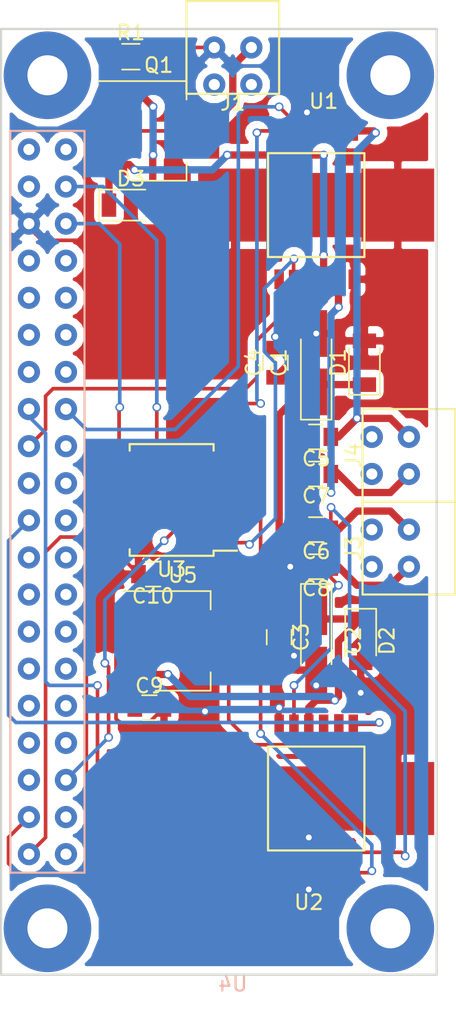
<source format=kicad_pcb>
(kicad_pcb (version 4) (host pcbnew 4.0.7)

  (general
    (links 69)
    (no_connects 0)
    (area 141.964999 67.669999 173.630001 138.235)
    (thickness 1.6)
    (drawings 4)
    (tracks 282)
    (zones 0)
    (modules 23)
    (nets 64)
  )

  (page A4)
  (layers
    (0 F.Cu signal)
    (31 B.Cu signal)
    (32 B.Adhes user)
    (33 F.Adhes user)
    (34 B.Paste user)
    (35 F.Paste user)
    (36 B.SilkS user)
    (37 F.SilkS user)
    (38 B.Mask user)
    (39 F.Mask user)
    (40 Dwgs.User user)
    (41 Cmts.User user)
    (42 Eco1.User user)
    (43 Eco2.User user)
    (44 Edge.Cuts user)
    (45 Margin user)
    (46 B.CrtYd user)
    (47 F.CrtYd user)
    (48 B.Fab user)
    (49 F.Fab user)
  )

  (setup
    (last_trace_width 0.25)
    (user_trace_width 0.5)
    (trace_clearance 0.2)
    (zone_clearance 0.508)
    (zone_45_only no)
    (trace_min 0.2)
    (segment_width 0.2)
    (edge_width 0.15)
    (via_size 0.6)
    (via_drill 0.4)
    (via_min_size 0.4)
    (via_min_drill 0.3)
    (uvia_size 0.3)
    (uvia_drill 0.1)
    (uvias_allowed no)
    (uvia_min_size 0.2)
    (uvia_min_drill 0.1)
    (pcb_text_width 0.3)
    (pcb_text_size 1.5 1.5)
    (mod_edge_width 0.15)
    (mod_text_size 1 1)
    (mod_text_width 0.15)
    (pad_size 1.524 1.524)
    (pad_drill 0.762)
    (pad_to_mask_clearance 0.2)
    (aux_axis_origin 0 0)
    (visible_elements 7FFFFFFF)
    (pcbplotparams
      (layerselection 0x01030_80000001)
      (usegerberextensions true)
      (excludeedgelayer true)
      (linewidth 0.100000)
      (plotframeref false)
      (viasonmask false)
      (mode 1)
      (useauxorigin false)
      (hpglpennumber 1)
      (hpglpenspeed 20)
      (hpglpendiameter 15)
      (hpglpenoverlay 2)
      (psnegative false)
      (psa4output false)
      (plotreference true)
      (plotvalue true)
      (plotinvisibletext false)
      (padsonsilk false)
      (subtractmaskfromsilk false)
      (outputformat 1)
      (mirror false)
      (drillshape 0)
      (scaleselection 1)
      (outputdirectory Gerber/))
  )

  (net 0 "")
  (net 1 BAT+)
  (net 2 BAT-)
  (net 3 OUT2)
  (net 4 OUT4)
  (net 5 OUT1)
  (net 6 OUT3)
  (net 7 DIR1)
  (net 8 +3V3)
  (net 9 EN1)
  (net 10 PWM1)
  (net 11 DIR2)
  (net 12 EN2)
  (net 13 PWM2)
  (net 14 BAT-PROT+)
  (net 15 "Net-(D3-Pad2)")
  (net 16 ERROR1)
  (net 17 ERROR2)
  (net 18 "Net-(U4-Pad2)")
  (net 19 SDA)
  (net 20 "Net-(U4-Pad4)")
  (net 21 SCL)
  (net 22 "Net-(U4-Pad7)")
  (net 23 "Net-(U4-Pad8)")
  (net 24 "Net-(U4-Pad9)")
  (net 25 "Net-(U4-Pad10)")
  (net 26 "Net-(U4-Pad11)")
  (net 27 "Net-(U4-Pad12)")
  (net 28 "Net-(U4-Pad13)")
  (net 29 "Net-(U4-Pad14)")
  (net 30 "Net-(U4-Pad17)")
  (net 31 "Net-(U4-Pad19)")
  (net 32 "Net-(U4-Pad20)")
  (net 33 "Net-(U4-Pad21)")
  (net 34 "Net-(U4-Pad23)")
  (net 35 "Net-(U4-Pad24)")
  (net 36 "Net-(U4-Pad25)")
  (net 37 "Net-(U4-Pad26)")
  (net 38 "Net-(U4-Pad27)")
  (net 39 "Net-(U4-Pad28)")
  (net 40 "Net-(U4-Pad29)")
  (net 41 "Net-(U4-Pad30)")
  (net 42 "Net-(U4-Pad31)")
  (net 43 "Net-(U4-Pad32)")
  (net 44 "Net-(U4-Pad33)")
  (net 45 "Net-(U4-Pad34)")
  (net 46 "Net-(U4-Pad36)")
  (net 47 "Net-(U4-Pad37)")
  (net 48 "Net-(U4-Pad39)")
  (net 49 "Net-(U3-Pad2)")
  (net 50 "Net-(U3-Pad3)")
  (net 51 "Net-(U3-Pad6)")
  (net 52 "Net-(U3-Pad8)")
  (net 53 "Net-(U3-Pad9)")
  (net 54 "Net-(U3-Pad10)")
  (net 55 "Net-(U3-Pad12)")
  (net 56 "Net-(U3-Pad14)")
  (net 57 "Net-(U3-Pad15)")
  (net 58 "Net-(U3-Pad16)")
  (net 59 "Net-(U3-Pad17)")
  (net 60 MCLR)
  (net 61 ICSP_CLK)
  (net 62 ICSP_DAT)
  (net 63 "Net-(U4-Pad1)")

  (net_class Default "This is the default net class."
    (clearance 0.2)
    (trace_width 0.25)
    (via_dia 0.6)
    (via_drill 0.4)
    (uvia_dia 0.3)
    (uvia_drill 0.1)
    (add_net +3V3)
    (add_net BAT+)
    (add_net BAT-)
    (add_net BAT-PROT+)
    (add_net DIR1)
    (add_net DIR2)
    (add_net EN1)
    (add_net EN2)
    (add_net ERROR1)
    (add_net ERROR2)
    (add_net ICSP_CLK)
    (add_net ICSP_DAT)
    (add_net MCLR)
    (add_net "Net-(D3-Pad2)")
    (add_net "Net-(U3-Pad10)")
    (add_net "Net-(U3-Pad12)")
    (add_net "Net-(U3-Pad14)")
    (add_net "Net-(U3-Pad15)")
    (add_net "Net-(U3-Pad16)")
    (add_net "Net-(U3-Pad17)")
    (add_net "Net-(U3-Pad2)")
    (add_net "Net-(U3-Pad3)")
    (add_net "Net-(U3-Pad6)")
    (add_net "Net-(U3-Pad8)")
    (add_net "Net-(U3-Pad9)")
    (add_net "Net-(U4-Pad1)")
    (add_net "Net-(U4-Pad10)")
    (add_net "Net-(U4-Pad11)")
    (add_net "Net-(U4-Pad12)")
    (add_net "Net-(U4-Pad13)")
    (add_net "Net-(U4-Pad14)")
    (add_net "Net-(U4-Pad17)")
    (add_net "Net-(U4-Pad19)")
    (add_net "Net-(U4-Pad2)")
    (add_net "Net-(U4-Pad20)")
    (add_net "Net-(U4-Pad21)")
    (add_net "Net-(U4-Pad23)")
    (add_net "Net-(U4-Pad24)")
    (add_net "Net-(U4-Pad25)")
    (add_net "Net-(U4-Pad26)")
    (add_net "Net-(U4-Pad27)")
    (add_net "Net-(U4-Pad28)")
    (add_net "Net-(U4-Pad29)")
    (add_net "Net-(U4-Pad30)")
    (add_net "Net-(U4-Pad31)")
    (add_net "Net-(U4-Pad32)")
    (add_net "Net-(U4-Pad33)")
    (add_net "Net-(U4-Pad34)")
    (add_net "Net-(U4-Pad36)")
    (add_net "Net-(U4-Pad37)")
    (add_net "Net-(U4-Pad39)")
    (add_net "Net-(U4-Pad4)")
    (add_net "Net-(U4-Pad7)")
    (add_net "Net-(U4-Pad8)")
    (add_net "Net-(U4-Pad9)")
    (add_net OUT1)
    (add_net OUT2)
    (add_net OUT3)
    (add_net OUT4)
    (add_net PWM1)
    (add_net PWM2)
    (add_net SCL)
    (add_net SDA)
  )

  (module Rob:RPi0_Template (layer B.Cu) (tedit 5B9FADAA) (tstamp 5BA12142)
    (at 152.4 99.695)
    (path /5BA149ED)
    (fp_text reference U4 (at 5.715 35.56) (layer B.SilkS)
      (effects (font (size 1 1) (thickness 0.15)) (justify mirror))
    )
    (fp_text value RPi0 (at 5.715 37.465) (layer B.Fab)
      (effects (font (size 1 1) (thickness 0.15)) (justify mirror))
    )
    (fp_line (start -10.16 -29.845) (end -10.16 34.925) (layer B.SilkS) (width 0.15))
    (fp_line (start -10.16 34.925) (end 19.685 34.925) (layer B.SilkS) (width 0.15))
    (fp_line (start 19.685 34.925) (end 19.685 -29.845) (layer B.SilkS) (width 0.15))
    (fp_line (start 19.685 -29.845) (end -10.16 -29.845) (layer B.SilkS) (width 0.15))
    (fp_line (start -9.525 -22.86) (end -9.525 27.94) (layer B.SilkS) (width 0.15))
    (fp_line (start -9.525 27.94) (end -4.445 27.94) (layer B.SilkS) (width 0.15))
    (fp_line (start -4.445 27.94) (end -4.445 -22.86) (layer B.SilkS) (width 0.15))
    (fp_line (start -4.445 -22.86) (end -9.525 -22.86) (layer B.SilkS) (width 0.15))
    (pad 1 thru_hole circle (at -5.715 -21.59) (size 1.524 1.524) (drill 0.762) (layers *.Cu *.Mask)
      (net 63 "Net-(U4-Pad1)"))
    (pad 2 thru_hole circle (at -8.255 -21.59) (size 1.524 1.524) (drill 0.762) (layers *.Cu *.Mask)
      (net 18 "Net-(U4-Pad2)"))
    (pad 3 thru_hole circle (at -5.715 -19.05) (size 1.524 1.524) (drill 0.762) (layers *.Cu *.Mask)
      (net 19 SDA))
    (pad 4 thru_hole circle (at -8.255 -19.05) (size 1.524 1.524) (drill 0.762) (layers *.Cu *.Mask)
      (net 20 "Net-(U4-Pad4)"))
    (pad 5 thru_hole circle (at -5.715 -16.51) (size 1.524 1.524) (drill 0.762) (layers *.Cu *.Mask)
      (net 21 SCL))
    (pad 6 thru_hole circle (at -8.255 -16.51) (size 1.524 1.524) (drill 0.762) (layers *.Cu *.Mask)
      (net 2 BAT-))
    (pad 7 thru_hole circle (at -5.715 -13.97) (size 1.524 1.524) (drill 0.762) (layers *.Cu *.Mask)
      (net 22 "Net-(U4-Pad7)"))
    (pad 8 thru_hole circle (at -8.255 -13.97) (size 1.524 1.524) (drill 0.762) (layers *.Cu *.Mask)
      (net 23 "Net-(U4-Pad8)"))
    (pad 9 thru_hole circle (at -5.715 -11.43) (size 1.524 1.524) (drill 0.762) (layers *.Cu *.Mask)
      (net 24 "Net-(U4-Pad9)"))
    (pad 10 thru_hole circle (at -8.255 -11.43) (size 1.524 1.524) (drill 0.762) (layers *.Cu *.Mask)
      (net 25 "Net-(U4-Pad10)"))
    (pad 11 thru_hole circle (at -5.715 -8.89) (size 1.524 1.524) (drill 0.762) (layers *.Cu *.Mask)
      (net 26 "Net-(U4-Pad11)"))
    (pad 12 thru_hole circle (at -8.255 -8.89) (size 1.524 1.524) (drill 0.762) (layers *.Cu *.Mask)
      (net 27 "Net-(U4-Pad12)"))
    (pad 13 thru_hole circle (at -5.715 -6.35) (size 1.524 1.524) (drill 0.762) (layers *.Cu *.Mask)
      (net 28 "Net-(U4-Pad13)"))
    (pad 14 thru_hole circle (at -8.255 -6.35) (size 1.524 1.524) (drill 0.762) (layers *.Cu *.Mask)
      (net 29 "Net-(U4-Pad14)"))
    (pad 15 thru_hole circle (at -5.715 -3.81) (size 1.524 1.524) (drill 0.762) (layers *.Cu *.Mask)
      (net 9 EN1))
    (pad 16 thru_hole circle (at -8.255 -3.81) (size 1.524 1.524) (drill 0.762) (layers *.Cu *.Mask)
      (net 12 EN2))
    (pad 17 thru_hole circle (at -5.715 -1.27) (size 1.524 1.524) (drill 0.762) (layers *.Cu *.Mask)
      (net 30 "Net-(U4-Pad17)"))
    (pad 18 thru_hole circle (at -8.255 -1.27) (size 1.524 1.524) (drill 0.762) (layers *.Cu *.Mask)
      (net 7 DIR1))
    (pad 19 thru_hole circle (at -5.715 1.27) (size 1.524 1.524) (drill 0.762) (layers *.Cu *.Mask)
      (net 31 "Net-(U4-Pad19)"))
    (pad 20 thru_hole circle (at -8.255 1.27) (size 1.524 1.524) (drill 0.762) (layers *.Cu *.Mask)
      (net 32 "Net-(U4-Pad20)"))
    (pad 21 thru_hole circle (at -5.715 3.81) (size 1.524 1.524) (drill 0.762) (layers *.Cu *.Mask)
      (net 33 "Net-(U4-Pad21)"))
    (pad 22 thru_hole circle (at -8.255 3.81) (size 1.524 1.524) (drill 0.762) (layers *.Cu *.Mask)
      (net 11 DIR2))
    (pad 23 thru_hole circle (at -5.715 6.35) (size 1.524 1.524) (drill 0.762) (layers *.Cu *.Mask)
      (net 34 "Net-(U4-Pad23)"))
    (pad 24 thru_hole circle (at -8.255 6.35) (size 1.524 1.524) (drill 0.762) (layers *.Cu *.Mask)
      (net 35 "Net-(U4-Pad24)"))
    (pad 25 thru_hole circle (at -5.715 8.89) (size 1.524 1.524) (drill 0.762) (layers *.Cu *.Mask)
      (net 36 "Net-(U4-Pad25)"))
    (pad 26 thru_hole circle (at -8.255 8.89) (size 1.524 1.524) (drill 0.762) (layers *.Cu *.Mask)
      (net 37 "Net-(U4-Pad26)"))
    (pad 27 thru_hole circle (at -5.715 11.43) (size 1.524 1.524) (drill 0.762) (layers *.Cu *.Mask)
      (net 38 "Net-(U4-Pad27)"))
    (pad 28 thru_hole circle (at -8.255 11.43) (size 1.524 1.524) (drill 0.762) (layers *.Cu *.Mask)
      (net 39 "Net-(U4-Pad28)"))
    (pad 29 thru_hole circle (at -5.715 13.97) (size 1.524 1.524) (drill 0.762) (layers *.Cu *.Mask)
      (net 40 "Net-(U4-Pad29)"))
    (pad 30 thru_hole circle (at -8.255 13.97) (size 1.524 1.524) (drill 0.762) (layers *.Cu *.Mask)
      (net 41 "Net-(U4-Pad30)"))
    (pad 31 thru_hole circle (at -5.715 16.51) (size 1.524 1.524) (drill 0.762) (layers *.Cu *.Mask)
      (net 42 "Net-(U4-Pad31)"))
    (pad 32 thru_hole circle (at -8.255 16.51) (size 1.524 1.524) (drill 0.762) (layers *.Cu *.Mask)
      (net 43 "Net-(U4-Pad32)"))
    (pad 33 thru_hole circle (at -5.715 19.05) (size 1.524 1.524) (drill 0.762) (layers *.Cu *.Mask)
      (net 44 "Net-(U4-Pad33)"))
    (pad 34 thru_hole circle (at -8.255 19.05) (size 1.524 1.524) (drill 0.762) (layers *.Cu *.Mask)
      (net 45 "Net-(U4-Pad34)"))
    (pad 35 thru_hole circle (at -5.715 21.59) (size 1.524 1.524) (drill 0.762) (layers *.Cu *.Mask)
      (net 60 MCLR))
    (pad 36 thru_hole circle (at -8.255 21.59) (size 1.524 1.524) (drill 0.762) (layers *.Cu *.Mask)
      (net 46 "Net-(U4-Pad36)"))
    (pad 37 thru_hole circle (at -5.715 24.13) (size 1.524 1.524) (drill 0.762) (layers *.Cu *.Mask)
      (net 47 "Net-(U4-Pad37)"))
    (pad 38 thru_hole circle (at -8.255 24.13) (size 1.524 1.524) (drill 0.762) (layers *.Cu *.Mask)
      (net 62 ICSP_DAT))
    (pad 39 thru_hole circle (at -5.715 26.67) (size 1.524 1.524) (drill 0.762) (layers *.Cu *.Mask)
      (net 48 "Net-(U4-Pad39)"))
    (pad 40 thru_hole circle (at -8.255 26.67) (size 1.524 1.524) (drill 0.762) (layers *.Cu *.Mask)
      (net 61 ICSP_CLK))
    (pad "" thru_hole circle (at -6.985 -26.67) (size 6 6) (drill 2.74) (layers *.Cu *.Mask))
    (pad "" thru_hole circle (at -6.985 31.75) (size 6 6) (drill 2.74) (layers *.Cu *.Mask))
    (pad "" thru_hole circle (at 16.51 -26.67) (size 6 6) (drill 2.74) (layers *.Cu *.Mask))
    (pad "" thru_hole circle (at 16.51 31.75) (size 6 6) (drill 2.74) (layers *.Cu *.Mask))
  )

  (module Rob:IFX9201 (layer F.Cu) (tedit 5B9E9FD3) (tstamp 5B9FC398)
    (at 163.83 81.915)
    (path /5B9E99CE)
    (fp_text reference U1 (at 0.508 -7.112) (layer F.SilkS)
      (effects (font (size 1 1) (thickness 0.15)))
    )
    (fp_text value IFX9201 (at 0 -8.89) (layer F.Fab)
      (effects (font (size 1 1) (thickness 0.15)))
    )
    (fp_line (start -3.302 -3.556) (end 3.302 -3.556) (layer F.SilkS) (width 0.15))
    (fp_line (start 3.302 -3.556) (end 3.302 3.556) (layer F.SilkS) (width 0.15))
    (fp_line (start 3.302 3.556) (end -3.302 3.556) (layer F.SilkS) (width 0.15))
    (fp_line (start -3.302 3.556) (end -3.302 -3.556) (layer F.SilkS) (width 0.15))
    (pad 1 smd rect (at -2.54 5.08) (size 0.65 1.35) (layers F.Cu F.Paste F.Mask)
      (net 7 DIR1))
    (pad 2 smd rect (at -1.5494 5.1054) (size 0.65 1.35) (layers F.Cu F.Paste F.Mask)
      (net 8 +3V3))
    (pad 3 smd rect (at -0.508 5.08) (size 0.65 1.35) (layers F.Cu F.Paste F.Mask)
      (net 16 ERROR1))
    (pad 4 smd rect (at 0.508 5.08) (size 0.65 1.35) (layers F.Cu F.Paste F.Mask)
      (net 14 BAT-PROT+))
    (pad 5 smd rect (at 1.524 5.08) (size 0.65 1.35) (layers F.Cu F.Paste F.Mask)
      (net 5 OUT1))
    (pad 6 smd rect (at 2.54 5.08) (size 0.65 1.35) (layers F.Cu F.Paste F.Mask)
      (net 2 BAT-))
    (pad 7 smd rect (at 2.54 -5.08) (size 0.65 1.35) (layers F.Cu F.Paste F.Mask)
      (net 3 OUT2))
    (pad 8 smd rect (at 1.524 -5.08) (size 0.65 1.35) (layers F.Cu F.Paste F.Mask)
      (net 2 BAT-))
    (pad 9 smd rect (at 0.508 -5.08) (size 0.65 1.35) (layers F.Cu F.Paste F.Mask)
      (net 2 BAT-))
    (pad 10 smd rect (at -0.508 -5.08) (size 0.65 1.35) (layers F.Cu F.Paste F.Mask)
      (net 2 BAT-))
    (pad 11 smd rect (at -1.524 -5.08) (size 0.65 1.35) (layers F.Cu F.Paste F.Mask)
      (net 9 EN1))
    (pad 12 smd rect (at -2.54 -5.08) (size 0.65 1.35) (layers F.Cu F.Paste F.Mask)
      (net 10 PWM1))
    (pad ~ smd rect (at 0 0) (size 6.45 4.4) (layers F.Cu F.Paste F.Mask)
      (net 2 BAT-))
    (pad ~ smd rect (at -5.588 0) (size 5 5) (layers F.Cu F.Paste F.Mask)
      (net 2 BAT-))
    (pad ~ smd rect (at 5.588 0) (size 5 5) (layers F.Cu F.Paste F.Mask)
      (net 2 BAT-))
  )

  (module Capacitors_Tantalum_SMD:CP_Tantalum_Case-A_EIA-3216-18_Hand (layer F.Cu) (tedit 58CC8C08) (tstamp 5B9FC2F5)
    (at 163.83 92.71 90)
    (descr "Tantalum capacitor, Case A, EIA 3216-18, 3.2x1.6x1.6mm, Hand soldering footprint")
    (tags "capacitor tantalum smd")
    (path /5B9FB5EE)
    (attr smd)
    (fp_text reference C1 (at 0 -2.55 90) (layer F.SilkS)
      (effects (font (size 1 1) (thickness 0.15)))
    )
    (fp_text value 100uF (at 0 2.55 90) (layer F.Fab)
      (effects (font (size 1 1) (thickness 0.15)))
    )
    (fp_text user %R (at 0 0 90) (layer F.Fab)
      (effects (font (size 0.7 0.7) (thickness 0.105)))
    )
    (fp_line (start -4 -1.2) (end -4 1.2) (layer F.CrtYd) (width 0.05))
    (fp_line (start -4 1.2) (end 4 1.2) (layer F.CrtYd) (width 0.05))
    (fp_line (start 4 1.2) (end 4 -1.2) (layer F.CrtYd) (width 0.05))
    (fp_line (start 4 -1.2) (end -4 -1.2) (layer F.CrtYd) (width 0.05))
    (fp_line (start -1.6 -0.8) (end -1.6 0.8) (layer F.Fab) (width 0.1))
    (fp_line (start -1.6 0.8) (end 1.6 0.8) (layer F.Fab) (width 0.1))
    (fp_line (start 1.6 0.8) (end 1.6 -0.8) (layer F.Fab) (width 0.1))
    (fp_line (start 1.6 -0.8) (end -1.6 -0.8) (layer F.Fab) (width 0.1))
    (fp_line (start -1.28 -0.8) (end -1.28 0.8) (layer F.Fab) (width 0.1))
    (fp_line (start -1.12 -0.8) (end -1.12 0.8) (layer F.Fab) (width 0.1))
    (fp_line (start -3.9 -1.05) (end 1.6 -1.05) (layer F.SilkS) (width 0.12))
    (fp_line (start -3.9 1.05) (end 1.6 1.05) (layer F.SilkS) (width 0.12))
    (fp_line (start -3.9 -1.05) (end -3.9 1.05) (layer F.SilkS) (width 0.12))
    (pad 1 smd rect (at -2 0 90) (size 3.2 1.5) (layers F.Cu F.Paste F.Mask)
      (net 14 BAT-PROT+))
    (pad 2 smd rect (at 2 0 90) (size 3.2 1.5) (layers F.Cu F.Paste F.Mask)
      (net 2 BAT-))
    (model Capacitors_Tantalum_SMD.3dshapes/CP_Tantalum_Case-A_EIA-3216-18.wrl
      (at (xyz 0 0 0))
      (scale (xyz 1 1 1))
      (rotate (xyz 0 0 0))
    )
  )

  (module Capacitors_Tantalum_SMD:CP_Tantalum_Case-A_EIA-3216-18_Hand (layer F.Cu) (tedit 58CC8C08) (tstamp 5B9FC2FB)
    (at 163.83 111.76 270)
    (descr "Tantalum capacitor, Case A, EIA 3216-18, 3.2x1.6x1.6mm, Hand soldering footprint")
    (tags "capacitor tantalum smd")
    (path /5B9FBD4C)
    (attr smd)
    (fp_text reference C2 (at 0 -2.55 270) (layer F.SilkS)
      (effects (font (size 1 1) (thickness 0.15)))
    )
    (fp_text value 100uF (at 0 2.55 270) (layer F.Fab)
      (effects (font (size 1 1) (thickness 0.15)))
    )
    (fp_text user %R (at 0 0 270) (layer F.Fab)
      (effects (font (size 0.7 0.7) (thickness 0.105)))
    )
    (fp_line (start -4 -1.2) (end -4 1.2) (layer F.CrtYd) (width 0.05))
    (fp_line (start -4 1.2) (end 4 1.2) (layer F.CrtYd) (width 0.05))
    (fp_line (start 4 1.2) (end 4 -1.2) (layer F.CrtYd) (width 0.05))
    (fp_line (start 4 -1.2) (end -4 -1.2) (layer F.CrtYd) (width 0.05))
    (fp_line (start -1.6 -0.8) (end -1.6 0.8) (layer F.Fab) (width 0.1))
    (fp_line (start -1.6 0.8) (end 1.6 0.8) (layer F.Fab) (width 0.1))
    (fp_line (start 1.6 0.8) (end 1.6 -0.8) (layer F.Fab) (width 0.1))
    (fp_line (start 1.6 -0.8) (end -1.6 -0.8) (layer F.Fab) (width 0.1))
    (fp_line (start -1.28 -0.8) (end -1.28 0.8) (layer F.Fab) (width 0.1))
    (fp_line (start -1.12 -0.8) (end -1.12 0.8) (layer F.Fab) (width 0.1))
    (fp_line (start -3.9 -1.05) (end 1.6 -1.05) (layer F.SilkS) (width 0.12))
    (fp_line (start -3.9 1.05) (end 1.6 1.05) (layer F.SilkS) (width 0.12))
    (fp_line (start -3.9 -1.05) (end -3.9 1.05) (layer F.SilkS) (width 0.12))
    (pad 1 smd rect (at -2 0 270) (size 3.2 1.5) (layers F.Cu F.Paste F.Mask)
      (net 14 BAT-PROT+))
    (pad 2 smd rect (at 2 0 270) (size 3.2 1.5) (layers F.Cu F.Paste F.Mask)
      (net 2 BAT-))
    (model Capacitors_Tantalum_SMD.3dshapes/CP_Tantalum_Case-A_EIA-3216-18.wrl
      (at (xyz 0 0 0))
      (scale (xyz 1 1 1))
      (rotate (xyz 0 0 0))
    )
  )

  (module Capacitors_SMD:C_0805 (layer F.Cu) (tedit 58AA8463) (tstamp 5B9FC301)
    (at 161.29 111.506 270)
    (descr "Capacitor SMD 0805, reflow soldering, AVX (see smccp.pdf)")
    (tags "capacitor 0805")
    (path /5B9FB5B9)
    (attr smd)
    (fp_text reference C3 (at 0 -1.5 270) (layer F.SilkS)
      (effects (font (size 1 1) (thickness 0.15)))
    )
    (fp_text value 100nF (at 0 1.75 270) (layer F.Fab)
      (effects (font (size 1 1) (thickness 0.15)))
    )
    (fp_text user %R (at 0 -1.5 270) (layer F.Fab)
      (effects (font (size 1 1) (thickness 0.15)))
    )
    (fp_line (start -1 0.62) (end -1 -0.62) (layer F.Fab) (width 0.1))
    (fp_line (start 1 0.62) (end -1 0.62) (layer F.Fab) (width 0.1))
    (fp_line (start 1 -0.62) (end 1 0.62) (layer F.Fab) (width 0.1))
    (fp_line (start -1 -0.62) (end 1 -0.62) (layer F.Fab) (width 0.1))
    (fp_line (start 0.5 -0.85) (end -0.5 -0.85) (layer F.SilkS) (width 0.12))
    (fp_line (start -0.5 0.85) (end 0.5 0.85) (layer F.SilkS) (width 0.12))
    (fp_line (start -1.75 -0.88) (end 1.75 -0.88) (layer F.CrtYd) (width 0.05))
    (fp_line (start -1.75 -0.88) (end -1.75 0.87) (layer F.CrtYd) (width 0.05))
    (fp_line (start 1.75 0.87) (end 1.75 -0.88) (layer F.CrtYd) (width 0.05))
    (fp_line (start 1.75 0.87) (end -1.75 0.87) (layer F.CrtYd) (width 0.05))
    (pad 1 smd rect (at -1 0 270) (size 1 1.25) (layers F.Cu F.Paste F.Mask)
      (net 14 BAT-PROT+))
    (pad 2 smd rect (at 1 0 270) (size 1 1.25) (layers F.Cu F.Paste F.Mask)
      (net 2 BAT-))
    (model Capacitors_SMD.3dshapes/C_0805.wrl
      (at (xyz 0 0 0))
      (scale (xyz 1 1 1))
      (rotate (xyz 0 0 0))
    )
  )

  (module Capacitors_SMD:C_0805 (layer F.Cu) (tedit 58AA8463) (tstamp 5B9FC307)
    (at 161.036 92.71 90)
    (descr "Capacitor SMD 0805, reflow soldering, AVX (see smccp.pdf)")
    (tags "capacitor 0805")
    (path /5B9FBD46)
    (attr smd)
    (fp_text reference C4 (at 0 -1.5 90) (layer F.SilkS)
      (effects (font (size 1 1) (thickness 0.15)))
    )
    (fp_text value 100nF (at 0 1.75 90) (layer F.Fab)
      (effects (font (size 1 1) (thickness 0.15)))
    )
    (fp_text user %R (at 0 -1.5 90) (layer F.Fab)
      (effects (font (size 1 1) (thickness 0.15)))
    )
    (fp_line (start -1 0.62) (end -1 -0.62) (layer F.Fab) (width 0.1))
    (fp_line (start 1 0.62) (end -1 0.62) (layer F.Fab) (width 0.1))
    (fp_line (start 1 -0.62) (end 1 0.62) (layer F.Fab) (width 0.1))
    (fp_line (start -1 -0.62) (end 1 -0.62) (layer F.Fab) (width 0.1))
    (fp_line (start 0.5 -0.85) (end -0.5 -0.85) (layer F.SilkS) (width 0.12))
    (fp_line (start -0.5 0.85) (end 0.5 0.85) (layer F.SilkS) (width 0.12))
    (fp_line (start -1.75 -0.88) (end 1.75 -0.88) (layer F.CrtYd) (width 0.05))
    (fp_line (start -1.75 -0.88) (end -1.75 0.87) (layer F.CrtYd) (width 0.05))
    (fp_line (start 1.75 0.87) (end 1.75 -0.88) (layer F.CrtYd) (width 0.05))
    (fp_line (start 1.75 0.87) (end -1.75 0.87) (layer F.CrtYd) (width 0.05))
    (pad 1 smd rect (at -1 0 90) (size 1 1.25) (layers F.Cu F.Paste F.Mask)
      (net 14 BAT-PROT+))
    (pad 2 smd rect (at 1 0 90) (size 1 1.25) (layers F.Cu F.Paste F.Mask)
      (net 2 BAT-))
    (model Capacitors_SMD.3dshapes/C_0805.wrl
      (at (xyz 0 0 0))
      (scale (xyz 1 1 1))
      (rotate (xyz 0 0 0))
    )
  )

  (module Capacitors_SMD:C_0805 (layer F.Cu) (tedit 58AA8463) (tstamp 5B9FC30D)
    (at 163.83 97.79 180)
    (descr "Capacitor SMD 0805, reflow soldering, AVX (see smccp.pdf)")
    (tags "capacitor 0805")
    (path /5B9FBF89)
    (attr smd)
    (fp_text reference C5 (at 0 -1.5 180) (layer F.SilkS)
      (effects (font (size 1 1) (thickness 0.15)))
    )
    (fp_text value 10nF (at 0 1.75 180) (layer F.Fab)
      (effects (font (size 1 1) (thickness 0.15)))
    )
    (fp_text user %R (at 0 -1.5 180) (layer F.Fab)
      (effects (font (size 1 1) (thickness 0.15)))
    )
    (fp_line (start -1 0.62) (end -1 -0.62) (layer F.Fab) (width 0.1))
    (fp_line (start 1 0.62) (end -1 0.62) (layer F.Fab) (width 0.1))
    (fp_line (start 1 -0.62) (end 1 0.62) (layer F.Fab) (width 0.1))
    (fp_line (start -1 -0.62) (end 1 -0.62) (layer F.Fab) (width 0.1))
    (fp_line (start 0.5 -0.85) (end -0.5 -0.85) (layer F.SilkS) (width 0.12))
    (fp_line (start -0.5 0.85) (end 0.5 0.85) (layer F.SilkS) (width 0.12))
    (fp_line (start -1.75 -0.88) (end 1.75 -0.88) (layer F.CrtYd) (width 0.05))
    (fp_line (start -1.75 -0.88) (end -1.75 0.87) (layer F.CrtYd) (width 0.05))
    (fp_line (start 1.75 0.87) (end 1.75 -0.88) (layer F.CrtYd) (width 0.05))
    (fp_line (start 1.75 0.87) (end -1.75 0.87) (layer F.CrtYd) (width 0.05))
    (pad 1 smd rect (at -1 0 180) (size 1 1.25) (layers F.Cu F.Paste F.Mask)
      (net 3 OUT2))
    (pad 2 smd rect (at 1 0 180) (size 1 1.25) (layers F.Cu F.Paste F.Mask)
      (net 2 BAT-))
    (model Capacitors_SMD.3dshapes/C_0805.wrl
      (at (xyz 0 0 0))
      (scale (xyz 1 1 1))
      (rotate (xyz 0 0 0))
    )
  )

  (module Capacitors_SMD:C_0805 (layer F.Cu) (tedit 58AA8463) (tstamp 5B9FC313)
    (at 163.83 104.14 180)
    (descr "Capacitor SMD 0805, reflow soldering, AVX (see smccp.pdf)")
    (tags "capacitor 0805")
    (path /5B9FC130)
    (attr smd)
    (fp_text reference C6 (at 0 -1.5 180) (layer F.SilkS)
      (effects (font (size 1 1) (thickness 0.15)))
    )
    (fp_text value 10nF (at 0 1.75 180) (layer F.Fab)
      (effects (font (size 1 1) (thickness 0.15)))
    )
    (fp_text user %R (at 0 -1.5 180) (layer F.Fab)
      (effects (font (size 1 1) (thickness 0.15)))
    )
    (fp_line (start -1 0.62) (end -1 -0.62) (layer F.Fab) (width 0.1))
    (fp_line (start 1 0.62) (end -1 0.62) (layer F.Fab) (width 0.1))
    (fp_line (start 1 -0.62) (end 1 0.62) (layer F.Fab) (width 0.1))
    (fp_line (start -1 -0.62) (end 1 -0.62) (layer F.Fab) (width 0.1))
    (fp_line (start 0.5 -0.85) (end -0.5 -0.85) (layer F.SilkS) (width 0.12))
    (fp_line (start -0.5 0.85) (end 0.5 0.85) (layer F.SilkS) (width 0.12))
    (fp_line (start -1.75 -0.88) (end 1.75 -0.88) (layer F.CrtYd) (width 0.05))
    (fp_line (start -1.75 -0.88) (end -1.75 0.87) (layer F.CrtYd) (width 0.05))
    (fp_line (start 1.75 0.87) (end 1.75 -0.88) (layer F.CrtYd) (width 0.05))
    (fp_line (start 1.75 0.87) (end -1.75 0.87) (layer F.CrtYd) (width 0.05))
    (pad 1 smd rect (at -1 0 180) (size 1 1.25) (layers F.Cu F.Paste F.Mask)
      (net 4 OUT4))
    (pad 2 smd rect (at 1 0 180) (size 1 1.25) (layers F.Cu F.Paste F.Mask)
      (net 2 BAT-))
    (model Capacitors_SMD.3dshapes/C_0805.wrl
      (at (xyz 0 0 0))
      (scale (xyz 1 1 1))
      (rotate (xyz 0 0 0))
    )
  )

  (module Capacitors_SMD:C_0805 (layer F.Cu) (tedit 58AA8463) (tstamp 5B9FC319)
    (at 163.83 100.33 180)
    (descr "Capacitor SMD 0805, reflow soldering, AVX (see smccp.pdf)")
    (tags "capacitor 0805")
    (path /5B9FC0EC)
    (attr smd)
    (fp_text reference C7 (at 0 -1.5 180) (layer F.SilkS)
      (effects (font (size 1 1) (thickness 0.15)))
    )
    (fp_text value 10nF (at 0 1.75 180) (layer F.Fab)
      (effects (font (size 1 1) (thickness 0.15)))
    )
    (fp_text user %R (at 0 -1.5 180) (layer F.Fab)
      (effects (font (size 1 1) (thickness 0.15)))
    )
    (fp_line (start -1 0.62) (end -1 -0.62) (layer F.Fab) (width 0.1))
    (fp_line (start 1 0.62) (end -1 0.62) (layer F.Fab) (width 0.1))
    (fp_line (start 1 -0.62) (end 1 0.62) (layer F.Fab) (width 0.1))
    (fp_line (start -1 -0.62) (end 1 -0.62) (layer F.Fab) (width 0.1))
    (fp_line (start 0.5 -0.85) (end -0.5 -0.85) (layer F.SilkS) (width 0.12))
    (fp_line (start -0.5 0.85) (end 0.5 0.85) (layer F.SilkS) (width 0.12))
    (fp_line (start -1.75 -0.88) (end 1.75 -0.88) (layer F.CrtYd) (width 0.05))
    (fp_line (start -1.75 -0.88) (end -1.75 0.87) (layer F.CrtYd) (width 0.05))
    (fp_line (start 1.75 0.87) (end 1.75 -0.88) (layer F.CrtYd) (width 0.05))
    (fp_line (start 1.75 0.87) (end -1.75 0.87) (layer F.CrtYd) (width 0.05))
    (pad 1 smd rect (at -1 0 180) (size 1 1.25) (layers F.Cu F.Paste F.Mask)
      (net 5 OUT1))
    (pad 2 smd rect (at 1 0 180) (size 1 1.25) (layers F.Cu F.Paste F.Mask)
      (net 2 BAT-))
    (model Capacitors_SMD.3dshapes/C_0805.wrl
      (at (xyz 0 0 0))
      (scale (xyz 1 1 1))
      (rotate (xyz 0 0 0))
    )
  )

  (module Capacitors_SMD:C_0805 (layer F.Cu) (tedit 58AA8463) (tstamp 5B9FC31F)
    (at 163.83 106.68 180)
    (descr "Capacitor SMD 0805, reflow soldering, AVX (see smccp.pdf)")
    (tags "capacitor 0805")
    (path /5B9FC179)
    (attr smd)
    (fp_text reference C8 (at 0 -1.5 180) (layer F.SilkS)
      (effects (font (size 1 1) (thickness 0.15)))
    )
    (fp_text value 10nF (at 0 1.75 180) (layer F.Fab)
      (effects (font (size 1 1) (thickness 0.15)))
    )
    (fp_text user %R (at 0 -1.5 180) (layer F.Fab)
      (effects (font (size 1 1) (thickness 0.15)))
    )
    (fp_line (start -1 0.62) (end -1 -0.62) (layer F.Fab) (width 0.1))
    (fp_line (start 1 0.62) (end -1 0.62) (layer F.Fab) (width 0.1))
    (fp_line (start 1 -0.62) (end 1 0.62) (layer F.Fab) (width 0.1))
    (fp_line (start -1 -0.62) (end 1 -0.62) (layer F.Fab) (width 0.1))
    (fp_line (start 0.5 -0.85) (end -0.5 -0.85) (layer F.SilkS) (width 0.12))
    (fp_line (start -0.5 0.85) (end 0.5 0.85) (layer F.SilkS) (width 0.12))
    (fp_line (start -1.75 -0.88) (end 1.75 -0.88) (layer F.CrtYd) (width 0.05))
    (fp_line (start -1.75 -0.88) (end -1.75 0.87) (layer F.CrtYd) (width 0.05))
    (fp_line (start 1.75 0.87) (end 1.75 -0.88) (layer F.CrtYd) (width 0.05))
    (fp_line (start 1.75 0.87) (end -1.75 0.87) (layer F.CrtYd) (width 0.05))
    (pad 1 smd rect (at -1 0 180) (size 1 1.25) (layers F.Cu F.Paste F.Mask)
      (net 6 OUT3))
    (pad 2 smd rect (at 1 0 180) (size 1 1.25) (layers F.Cu F.Paste F.Mask)
      (net 2 BAT-))
    (model Capacitors_SMD.3dshapes/C_0805.wrl
      (at (xyz 0 0 0))
      (scale (xyz 1 1 1))
      (rotate (xyz 0 0 0))
    )
  )

  (module Diodes_SMD:D_1206 (layer F.Cu) (tedit 590CEAF5) (tstamp 5B9FC325)
    (at 167.132 92.71 90)
    (descr "Diode SMD 1206, reflow soldering http://datasheets.avx.com/schottky.pdf")
    (tags "Diode 1206")
    (path /5B9FB64F)
    (attr smd)
    (fp_text reference D1 (at 0 -1.8 90) (layer F.SilkS)
      (effects (font (size 1 1) (thickness 0.15)))
    )
    (fp_text value "< 40V" (at 0 1.9 90) (layer F.Fab)
      (effects (font (size 1 1) (thickness 0.15)))
    )
    (fp_text user %R (at 0 -1.8 90) (layer F.Fab)
      (effects (font (size 1 1) (thickness 0.15)))
    )
    (fp_line (start -0.254 -0.254) (end -0.254 0.254) (layer F.Fab) (width 0.1))
    (fp_line (start 0.127 0) (end 0.381 0) (layer F.Fab) (width 0.1))
    (fp_line (start -0.254 0) (end -0.508 0) (layer F.Fab) (width 0.1))
    (fp_line (start 0.127 0.254) (end -0.254 0) (layer F.Fab) (width 0.1))
    (fp_line (start 0.127 -0.254) (end 0.127 0.254) (layer F.Fab) (width 0.1))
    (fp_line (start -0.254 0) (end 0.127 -0.254) (layer F.Fab) (width 0.1))
    (fp_line (start -2.2 -1.06) (end -2.2 1.06) (layer F.SilkS) (width 0.12))
    (fp_line (start -1.7 0.95) (end -1.7 -0.95) (layer F.Fab) (width 0.1))
    (fp_line (start 1.7 0.95) (end -1.7 0.95) (layer F.Fab) (width 0.1))
    (fp_line (start 1.7 -0.95) (end 1.7 0.95) (layer F.Fab) (width 0.1))
    (fp_line (start -1.7 -0.95) (end 1.7 -0.95) (layer F.Fab) (width 0.1))
    (fp_line (start -2.3 -1.16) (end 2.3 -1.16) (layer F.CrtYd) (width 0.05))
    (fp_line (start -2.3 1.16) (end 2.3 1.16) (layer F.CrtYd) (width 0.05))
    (fp_line (start -2.3 -1.16) (end -2.3 1.16) (layer F.CrtYd) (width 0.05))
    (fp_line (start 2.3 -1.16) (end 2.3 1.16) (layer F.CrtYd) (width 0.05))
    (fp_line (start 1 -1.06) (end -2.2 -1.06) (layer F.SilkS) (width 0.12))
    (fp_line (start -2.2 1.06) (end 1 1.06) (layer F.SilkS) (width 0.12))
    (pad 1 smd rect (at -1.5 0 90) (size 1 1.6) (layers F.Cu F.Paste F.Mask)
      (net 14 BAT-PROT+))
    (pad 2 smd rect (at 1.5 0 90) (size 1 1.6) (layers F.Cu F.Paste F.Mask)
      (net 2 BAT-))
    (model ${KISYS3DMOD}/Diodes_SMD.3dshapes/D_1206.wrl
      (at (xyz 0 0 0))
      (scale (xyz 1 1 1))
      (rotate (xyz 0 0 0))
    )
  )

  (module Diodes_SMD:D_1206 (layer F.Cu) (tedit 590CEAF5) (tstamp 5B9FC32B)
    (at 166.878 111.76 270)
    (descr "Diode SMD 1206, reflow soldering http://datasheets.avx.com/schottky.pdf")
    (tags "Diode 1206")
    (path /5B9FBD52)
    (attr smd)
    (fp_text reference D2 (at 0 -1.8 270) (layer F.SilkS)
      (effects (font (size 1 1) (thickness 0.15)))
    )
    (fp_text value "< 40V" (at 0 1.9 270) (layer F.Fab)
      (effects (font (size 1 1) (thickness 0.15)))
    )
    (fp_text user %R (at 0 -1.8 270) (layer F.Fab)
      (effects (font (size 1 1) (thickness 0.15)))
    )
    (fp_line (start -0.254 -0.254) (end -0.254 0.254) (layer F.Fab) (width 0.1))
    (fp_line (start 0.127 0) (end 0.381 0) (layer F.Fab) (width 0.1))
    (fp_line (start -0.254 0) (end -0.508 0) (layer F.Fab) (width 0.1))
    (fp_line (start 0.127 0.254) (end -0.254 0) (layer F.Fab) (width 0.1))
    (fp_line (start 0.127 -0.254) (end 0.127 0.254) (layer F.Fab) (width 0.1))
    (fp_line (start -0.254 0) (end 0.127 -0.254) (layer F.Fab) (width 0.1))
    (fp_line (start -2.2 -1.06) (end -2.2 1.06) (layer F.SilkS) (width 0.12))
    (fp_line (start -1.7 0.95) (end -1.7 -0.95) (layer F.Fab) (width 0.1))
    (fp_line (start 1.7 0.95) (end -1.7 0.95) (layer F.Fab) (width 0.1))
    (fp_line (start 1.7 -0.95) (end 1.7 0.95) (layer F.Fab) (width 0.1))
    (fp_line (start -1.7 -0.95) (end 1.7 -0.95) (layer F.Fab) (width 0.1))
    (fp_line (start -2.3 -1.16) (end 2.3 -1.16) (layer F.CrtYd) (width 0.05))
    (fp_line (start -2.3 1.16) (end 2.3 1.16) (layer F.CrtYd) (width 0.05))
    (fp_line (start -2.3 -1.16) (end -2.3 1.16) (layer F.CrtYd) (width 0.05))
    (fp_line (start 2.3 -1.16) (end 2.3 1.16) (layer F.CrtYd) (width 0.05))
    (fp_line (start 1 -1.06) (end -2.2 -1.06) (layer F.SilkS) (width 0.12))
    (fp_line (start -2.2 1.06) (end 1 1.06) (layer F.SilkS) (width 0.12))
    (pad 1 smd rect (at -1.5 0 270) (size 1 1.6) (layers F.Cu F.Paste F.Mask)
      (net 14 BAT-PROT+))
    (pad 2 smd rect (at 1.5 0 270) (size 1 1.6) (layers F.Cu F.Paste F.Mask)
      (net 2 BAT-))
    (model ${KISYS3DMOD}/Diodes_SMD.3dshapes/D_1206.wrl
      (at (xyz 0 0 0))
      (scale (xyz 1 1 1))
      (rotate (xyz 0 0 0))
    )
  )

  (module Rob:PCB_Terminal_1725656 (layer F.Cu) (tedit 5B9FB7AC) (tstamp 5B9FC375)
    (at 170.18 105.41 90)
    (path /5B9FC5E9)
    (fp_text reference J3 (at 0 -3.81 90) (layer F.SilkS)
      (effects (font (size 1 1) (thickness 0.15)))
    )
    (fp_text value Conn_01x02 (at 0 -5.715 90) (layer F.Fab)
      (effects (font (size 1 1) (thickness 0.15)))
    )
    (fp_line (start -3.175 3.175) (end 3.175 3.175) (layer F.SilkS) (width 0.15))
    (fp_line (start 3.175 3.175) (end 3.175 -3.175) (layer F.SilkS) (width 0.15))
    (fp_line (start 3.175 -3.175) (end -3.175 -3.175) (layer F.SilkS) (width 0.15))
    (fp_line (start -3.175 -3.175) (end -3.175 3.175) (layer F.SilkS) (width 0.15))
    (pad 1 thru_hole circle (at -1.27 0 90) (size 1.524 1.524) (drill 0.762) (layers *.Cu *.Mask)
      (net 6 OUT3))
    (pad 2 thru_hole circle (at 1.27 0 90) (size 1.524 1.524) (drill 0.762) (layers *.Cu *.Mask)
      (net 4 OUT4))
    (pad "" thru_hole circle (at -1.27 -2.54 90) (size 1.524 1.524) (drill 0.762) (layers *.Cu *.Mask))
    (pad "" thru_hole circle (at 1.27 -2.54 90) (size 1.524 1.524) (drill 0.762) (layers *.Cu *.Mask))
  )

  (module Rob:PCB_Terminal_1725656 (layer F.Cu) (tedit 5B9FB7AC) (tstamp 5B9FC381)
    (at 170.18 99.06 90)
    (path /5B9FC64F)
    (fp_text reference J4 (at 0 -3.81 90) (layer F.SilkS)
      (effects (font (size 1 1) (thickness 0.15)))
    )
    (fp_text value Conn_01x02 (at 0 -5.715 90) (layer F.Fab)
      (effects (font (size 1 1) (thickness 0.15)))
    )
    (fp_line (start -3.175 3.175) (end 3.175 3.175) (layer F.SilkS) (width 0.15))
    (fp_line (start 3.175 3.175) (end 3.175 -3.175) (layer F.SilkS) (width 0.15))
    (fp_line (start 3.175 -3.175) (end -3.175 -3.175) (layer F.SilkS) (width 0.15))
    (fp_line (start -3.175 -3.175) (end -3.175 3.175) (layer F.SilkS) (width 0.15))
    (pad 1 thru_hole circle (at -1.27 0 90) (size 1.524 1.524) (drill 0.762) (layers *.Cu *.Mask)
      (net 5 OUT1))
    (pad 2 thru_hole circle (at 1.27 0 90) (size 1.524 1.524) (drill 0.762) (layers *.Cu *.Mask)
      (net 3 OUT2))
    (pad "" thru_hole circle (at -1.27 -2.54 90) (size 1.524 1.524) (drill 0.762) (layers *.Cu *.Mask))
    (pad "" thru_hole circle (at 1.27 -2.54 90) (size 1.524 1.524) (drill 0.762) (layers *.Cu *.Mask))
  )

  (module Rob:IFX9201 (layer F.Cu) (tedit 5B9E9FD3) (tstamp 5B9FC3AF)
    (at 163.83 122.555 180)
    (path /5B9FBD31)
    (fp_text reference U2 (at 0.508 -7.112 180) (layer F.SilkS)
      (effects (font (size 1 1) (thickness 0.15)))
    )
    (fp_text value IFX9201 (at 0 -8.89 180) (layer F.Fab)
      (effects (font (size 1 1) (thickness 0.15)))
    )
    (fp_line (start -3.302 -3.556) (end 3.302 -3.556) (layer F.SilkS) (width 0.15))
    (fp_line (start 3.302 -3.556) (end 3.302 3.556) (layer F.SilkS) (width 0.15))
    (fp_line (start 3.302 3.556) (end -3.302 3.556) (layer F.SilkS) (width 0.15))
    (fp_line (start -3.302 3.556) (end -3.302 -3.556) (layer F.SilkS) (width 0.15))
    (pad 1 smd rect (at -2.54 5.08 180) (size 0.65 1.35) (layers F.Cu F.Paste F.Mask)
      (net 11 DIR2))
    (pad 2 smd rect (at -1.5494 5.1054 180) (size 0.65 1.35) (layers F.Cu F.Paste F.Mask)
      (net 8 +3V3))
    (pad 3 smd rect (at -0.508 5.08 180) (size 0.65 1.35) (layers F.Cu F.Paste F.Mask)
      (net 17 ERROR2))
    (pad 4 smd rect (at 0.508 5.08 180) (size 0.65 1.35) (layers F.Cu F.Paste F.Mask)
      (net 14 BAT-PROT+))
    (pad 5 smd rect (at 1.524 5.08 180) (size 0.65 1.35) (layers F.Cu F.Paste F.Mask)
      (net 6 OUT3))
    (pad 6 smd rect (at 2.54 5.08 180) (size 0.65 1.35) (layers F.Cu F.Paste F.Mask)
      (net 2 BAT-))
    (pad 7 smd rect (at 2.54 -5.08 180) (size 0.65 1.35) (layers F.Cu F.Paste F.Mask)
      (net 4 OUT4))
    (pad 8 smd rect (at 1.524 -5.08 180) (size 0.65 1.35) (layers F.Cu F.Paste F.Mask)
      (net 2 BAT-))
    (pad 9 smd rect (at 0.508 -5.08 180) (size 0.65 1.35) (layers F.Cu F.Paste F.Mask)
      (net 2 BAT-))
    (pad 10 smd rect (at -0.508 -5.08 180) (size 0.65 1.35) (layers F.Cu F.Paste F.Mask)
      (net 2 BAT-))
    (pad 11 smd rect (at -1.524 -5.08 180) (size 0.65 1.35) (layers F.Cu F.Paste F.Mask)
      (net 12 EN2))
    (pad 12 smd rect (at -2.54 -5.08 180) (size 0.65 1.35) (layers F.Cu F.Paste F.Mask)
      (net 13 PWM2))
    (pad ~ smd rect (at 0 0 180) (size 6.45 4.4) (layers F.Cu F.Paste F.Mask)
      (net 2 BAT-))
    (pad ~ smd rect (at -5.588 0 180) (size 5 5) (layers F.Cu F.Paste F.Mask)
      (net 2 BAT-))
    (pad ~ smd rect (at 5.588 0 180) (size 5 5) (layers F.Cu F.Paste F.Mask)
      (net 2 BAT-))
  )

  (module Diodes_SMD:D_1206 (layer F.Cu) (tedit 590CEAF5) (tstamp 5B9FC7EA)
    (at 151.13 81.915)
    (descr "Diode SMD 1206, reflow soldering http://datasheets.avx.com/schottky.pdf")
    (tags "Diode 1206")
    (path /5B9FD85E)
    (attr smd)
    (fp_text reference D3 (at 0 -1.8) (layer F.SilkS)
      (effects (font (size 1 1) (thickness 0.15)))
    )
    (fp_text value 10V (at 0 1.9) (layer F.Fab)
      (effects (font (size 1 1) (thickness 0.15)))
    )
    (fp_text user %R (at 0 -1.8) (layer F.Fab)
      (effects (font (size 1 1) (thickness 0.15)))
    )
    (fp_line (start -0.254 -0.254) (end -0.254 0.254) (layer F.Fab) (width 0.1))
    (fp_line (start 0.127 0) (end 0.381 0) (layer F.Fab) (width 0.1))
    (fp_line (start -0.254 0) (end -0.508 0) (layer F.Fab) (width 0.1))
    (fp_line (start 0.127 0.254) (end -0.254 0) (layer F.Fab) (width 0.1))
    (fp_line (start 0.127 -0.254) (end 0.127 0.254) (layer F.Fab) (width 0.1))
    (fp_line (start -0.254 0) (end 0.127 -0.254) (layer F.Fab) (width 0.1))
    (fp_line (start -2.2 -1.06) (end -2.2 1.06) (layer F.SilkS) (width 0.12))
    (fp_line (start -1.7 0.95) (end -1.7 -0.95) (layer F.Fab) (width 0.1))
    (fp_line (start 1.7 0.95) (end -1.7 0.95) (layer F.Fab) (width 0.1))
    (fp_line (start 1.7 -0.95) (end 1.7 0.95) (layer F.Fab) (width 0.1))
    (fp_line (start -1.7 -0.95) (end 1.7 -0.95) (layer F.Fab) (width 0.1))
    (fp_line (start -2.3 -1.16) (end 2.3 -1.16) (layer F.CrtYd) (width 0.05))
    (fp_line (start -2.3 1.16) (end 2.3 1.16) (layer F.CrtYd) (width 0.05))
    (fp_line (start -2.3 -1.16) (end -2.3 1.16) (layer F.CrtYd) (width 0.05))
    (fp_line (start 2.3 -1.16) (end 2.3 1.16) (layer F.CrtYd) (width 0.05))
    (fp_line (start 1 -1.06) (end -2.2 -1.06) (layer F.SilkS) (width 0.12))
    (fp_line (start -2.2 1.06) (end 1 1.06) (layer F.SilkS) (width 0.12))
    (pad 1 smd rect (at -1.5 0) (size 1 1.6) (layers F.Cu F.Paste F.Mask)
      (net 14 BAT-PROT+))
    (pad 2 smd rect (at 1.5 0) (size 1 1.6) (layers F.Cu F.Paste F.Mask)
      (net 15 "Net-(D3-Pad2)"))
    (model ${KISYS3DMOD}/Diodes_SMD.3dshapes/D_1206.wrl
      (at (xyz 0 0 0))
      (scale (xyz 1 1 1))
      (rotate (xyz 0 0 0))
    )
  )

  (module TO_SOT_Packages_SMD:SOT-223 (layer F.Cu) (tedit 58CE4E7E) (tstamp 5B9FC7F2)
    (at 153.035 76.835)
    (descr "module CMS SOT223 4 pins")
    (tags "CMS SOT")
    (path /5B9FE351)
    (attr smd)
    (fp_text reference Q1 (at 0 -4.5) (layer F.SilkS)
      (effects (font (size 1 1) (thickness 0.15)))
    )
    (fp_text value Q_PMOS_GDSD (at 0 4.5) (layer F.Fab)
      (effects (font (size 1 1) (thickness 0.15)))
    )
    (fp_text user %R (at 0 0 90) (layer F.Fab)
      (effects (font (size 0.8 0.8) (thickness 0.12)))
    )
    (fp_line (start -1.85 -2.3) (end -0.8 -3.35) (layer F.Fab) (width 0.1))
    (fp_line (start 1.91 3.41) (end 1.91 2.15) (layer F.SilkS) (width 0.12))
    (fp_line (start 1.91 -3.41) (end 1.91 -2.15) (layer F.SilkS) (width 0.12))
    (fp_line (start 4.4 -3.6) (end -4.4 -3.6) (layer F.CrtYd) (width 0.05))
    (fp_line (start 4.4 3.6) (end 4.4 -3.6) (layer F.CrtYd) (width 0.05))
    (fp_line (start -4.4 3.6) (end 4.4 3.6) (layer F.CrtYd) (width 0.05))
    (fp_line (start -4.4 -3.6) (end -4.4 3.6) (layer F.CrtYd) (width 0.05))
    (fp_line (start -1.85 -2.3) (end -1.85 3.35) (layer F.Fab) (width 0.1))
    (fp_line (start -1.85 3.41) (end 1.91 3.41) (layer F.SilkS) (width 0.12))
    (fp_line (start -0.8 -3.35) (end 1.85 -3.35) (layer F.Fab) (width 0.1))
    (fp_line (start -4.1 -3.41) (end 1.91 -3.41) (layer F.SilkS) (width 0.12))
    (fp_line (start -1.85 3.35) (end 1.85 3.35) (layer F.Fab) (width 0.1))
    (fp_line (start 1.85 -3.35) (end 1.85 3.35) (layer F.Fab) (width 0.1))
    (pad 4 smd rect (at 3.15 0) (size 2 3.8) (layers F.Cu F.Paste F.Mask)
      (net 1 BAT+))
    (pad 2 smd rect (at -3.15 0) (size 2 1.5) (layers F.Cu F.Paste F.Mask)
      (net 1 BAT+))
    (pad 3 smd rect (at -3.15 2.3) (size 2 1.5) (layers F.Cu F.Paste F.Mask)
      (net 14 BAT-PROT+))
    (pad 1 smd rect (at -3.15 -2.3) (size 2 1.5) (layers F.Cu F.Paste F.Mask)
      (net 15 "Net-(D3-Pad2)"))
    (model ${KISYS3DMOD}/TO_SOT_Packages_SMD.3dshapes/SOT-223.wrl
      (at (xyz 0 0 0))
      (scale (xyz 1 1 1))
      (rotate (xyz 0 0 0))
    )
  )

  (module Resistors_SMD:R_0805 (layer F.Cu) (tedit 58E0A804) (tstamp 5B9FC7F8)
    (at 151.13 71.755)
    (descr "Resistor SMD 0805, reflow soldering, Vishay (see dcrcw.pdf)")
    (tags "resistor 0805")
    (path /5B9FDA08)
    (attr smd)
    (fp_text reference R1 (at 0 -1.65) (layer F.SilkS)
      (effects (font (size 1 1) (thickness 0.15)))
    )
    (fp_text value 10k (at 0 1.75) (layer F.Fab)
      (effects (font (size 1 1) (thickness 0.15)))
    )
    (fp_text user %R (at 0 0) (layer F.Fab)
      (effects (font (size 0.5 0.5) (thickness 0.075)))
    )
    (fp_line (start -1 0.62) (end -1 -0.62) (layer F.Fab) (width 0.1))
    (fp_line (start 1 0.62) (end -1 0.62) (layer F.Fab) (width 0.1))
    (fp_line (start 1 -0.62) (end 1 0.62) (layer F.Fab) (width 0.1))
    (fp_line (start -1 -0.62) (end 1 -0.62) (layer F.Fab) (width 0.1))
    (fp_line (start 0.6 0.88) (end -0.6 0.88) (layer F.SilkS) (width 0.12))
    (fp_line (start -0.6 -0.88) (end 0.6 -0.88) (layer F.SilkS) (width 0.12))
    (fp_line (start -1.55 -0.9) (end 1.55 -0.9) (layer F.CrtYd) (width 0.05))
    (fp_line (start -1.55 -0.9) (end -1.55 0.9) (layer F.CrtYd) (width 0.05))
    (fp_line (start 1.55 0.9) (end 1.55 -0.9) (layer F.CrtYd) (width 0.05))
    (fp_line (start 1.55 0.9) (end -1.55 0.9) (layer F.CrtYd) (width 0.05))
    (pad 1 smd rect (at -0.95 0) (size 0.7 1.3) (layers F.Cu F.Paste F.Mask)
      (net 15 "Net-(D3-Pad2)"))
    (pad 2 smd rect (at 0.95 0) (size 0.7 1.3) (layers F.Cu F.Paste F.Mask)
      (net 2 BAT-))
    (model ${KISYS3DMOD}/Resistors_SMD.3dshapes/R_0805.wrl
      (at (xyz 0 0 0))
      (scale (xyz 1 1 1))
      (rotate (xyz 0 0 0))
    )
  )

  (module Rob:PCB_Terminal_1725656 (layer F.Cu) (tedit 5B9FB7AC) (tstamp 5B9FC97D)
    (at 158.115 71.12 180)
    (path /5B9FB3CE)
    (fp_text reference J1 (at 0 -3.81 180) (layer F.SilkS)
      (effects (font (size 1 1) (thickness 0.15)))
    )
    (fp_text value Conn_01x02 (at 0 -5.715 180) (layer F.Fab)
      (effects (font (size 1 1) (thickness 0.15)))
    )
    (fp_line (start -3.175 3.175) (end 3.175 3.175) (layer F.SilkS) (width 0.15))
    (fp_line (start 3.175 3.175) (end 3.175 -3.175) (layer F.SilkS) (width 0.15))
    (fp_line (start 3.175 -3.175) (end -3.175 -3.175) (layer F.SilkS) (width 0.15))
    (fp_line (start -3.175 -3.175) (end -3.175 3.175) (layer F.SilkS) (width 0.15))
    (pad 1 thru_hole circle (at -1.27 0 180) (size 1.524 1.524) (drill 0.762) (layers *.Cu *.Mask)
      (net 1 BAT+))
    (pad 2 thru_hole circle (at 1.27 0 180) (size 1.524 1.524) (drill 0.762) (layers *.Cu *.Mask)
      (net 2 BAT-))
    (pad "" thru_hole circle (at -1.27 -2.54 180) (size 1.524 1.524) (drill 0.762) (layers *.Cu *.Mask))
    (pad "" thru_hole circle (at 1.27 -2.54 180) (size 1.524 1.524) (drill 0.762) (layers *.Cu *.Mask))
  )

  (module Housings_SSOP:SSOP-20_5.3x7.2mm_Pitch0.65mm (layer F.Cu) (tedit 54130A77) (tstamp 5BA22FAB)
    (at 153.924 102.108 180)
    (descr "20-Lead Plastic Shrink Small Outline (SS)-5.30 mm Body [SSOP] (see Microchip Packaging Specification 00000049BS.pdf)")
    (tags "SSOP 0.65")
    (path /5BA22EFA)
    (attr smd)
    (fp_text reference U3 (at 0 -4.75 180) (layer F.SilkS)
      (effects (font (size 1 1) (thickness 0.15)))
    )
    (fp_text value "PIC16(L)F1509-I/SO" (at 0 4.75 180) (layer F.Fab)
      (effects (font (size 1 1) (thickness 0.15)))
    )
    (fp_line (start -1.65 -3.6) (end 2.65 -3.6) (layer F.Fab) (width 0.15))
    (fp_line (start 2.65 -3.6) (end 2.65 3.6) (layer F.Fab) (width 0.15))
    (fp_line (start 2.65 3.6) (end -2.65 3.6) (layer F.Fab) (width 0.15))
    (fp_line (start -2.65 3.6) (end -2.65 -2.6) (layer F.Fab) (width 0.15))
    (fp_line (start -2.65 -2.6) (end -1.65 -3.6) (layer F.Fab) (width 0.15))
    (fp_line (start -4.75 -4) (end -4.75 4) (layer F.CrtYd) (width 0.05))
    (fp_line (start 4.75 -4) (end 4.75 4) (layer F.CrtYd) (width 0.05))
    (fp_line (start -4.75 -4) (end 4.75 -4) (layer F.CrtYd) (width 0.05))
    (fp_line (start -4.75 4) (end 4.75 4) (layer F.CrtYd) (width 0.05))
    (fp_line (start -2.875 -3.825) (end -2.875 -3.475) (layer F.SilkS) (width 0.15))
    (fp_line (start 2.875 -3.825) (end 2.875 -3.375) (layer F.SilkS) (width 0.15))
    (fp_line (start 2.875 3.825) (end 2.875 3.375) (layer F.SilkS) (width 0.15))
    (fp_line (start -2.875 3.825) (end -2.875 3.375) (layer F.SilkS) (width 0.15))
    (fp_line (start -2.875 -3.825) (end 2.875 -3.825) (layer F.SilkS) (width 0.15))
    (fp_line (start -2.875 3.825) (end 2.875 3.825) (layer F.SilkS) (width 0.15))
    (fp_line (start -2.875 -3.475) (end -4.475 -3.475) (layer F.SilkS) (width 0.15))
    (fp_text user %R (at 0 0 180) (layer F.Fab)
      (effects (font (size 0.8 0.8) (thickness 0.15)))
    )
    (pad 1 smd rect (at -3.6 -2.925 180) (size 1.75 0.45) (layers F.Cu F.Paste F.Mask)
      (net 8 +3V3))
    (pad 2 smd rect (at -3.6 -2.275 180) (size 1.75 0.45) (layers F.Cu F.Paste F.Mask)
      (net 49 "Net-(U3-Pad2)"))
    (pad 3 smd rect (at -3.6 -1.625 180) (size 1.75 0.45) (layers F.Cu F.Paste F.Mask)
      (net 50 "Net-(U3-Pad3)"))
    (pad 4 smd rect (at -3.6 -0.975 180) (size 1.75 0.45) (layers F.Cu F.Paste F.Mask)
      (net 60 MCLR))
    (pad 5 smd rect (at -3.6 -0.325 180) (size 1.75 0.45) (layers F.Cu F.Paste F.Mask)
      (net 10 PWM1))
    (pad 6 smd rect (at -3.6 0.325 180) (size 1.75 0.45) (layers F.Cu F.Paste F.Mask)
      (net 51 "Net-(U3-Pad6)"))
    (pad 7 smd rect (at -3.6 0.975 180) (size 1.75 0.45) (layers F.Cu F.Paste F.Mask)
      (net 13 PWM2))
    (pad 8 smd rect (at -3.6 1.625 180) (size 1.75 0.45) (layers F.Cu F.Paste F.Mask)
      (net 52 "Net-(U3-Pad8)"))
    (pad 9 smd rect (at -3.6 2.275 180) (size 1.75 0.45) (layers F.Cu F.Paste F.Mask)
      (net 53 "Net-(U3-Pad9)"))
    (pad 10 smd rect (at -3.6 2.925 180) (size 1.75 0.45) (layers F.Cu F.Paste F.Mask)
      (net 54 "Net-(U3-Pad10)"))
    (pad 11 smd rect (at 3.6 2.925 180) (size 1.75 0.45) (layers F.Cu F.Paste F.Mask)
      (net 21 SCL))
    (pad 12 smd rect (at 3.6 2.275 180) (size 1.75 0.45) (layers F.Cu F.Paste F.Mask)
      (net 55 "Net-(U3-Pad12)"))
    (pad 13 smd rect (at 3.6 1.625 180) (size 1.75 0.45) (layers F.Cu F.Paste F.Mask)
      (net 19 SDA))
    (pad 14 smd rect (at 3.6 0.975 180) (size 1.75 0.45) (layers F.Cu F.Paste F.Mask)
      (net 56 "Net-(U3-Pad14)"))
    (pad 15 smd rect (at 3.6 0.325 180) (size 1.75 0.45) (layers F.Cu F.Paste F.Mask)
      (net 57 "Net-(U3-Pad15)"))
    (pad 16 smd rect (at 3.6 -0.325 180) (size 1.75 0.45) (layers F.Cu F.Paste F.Mask)
      (net 58 "Net-(U3-Pad16)"))
    (pad 17 smd rect (at 3.6 -0.975 180) (size 1.75 0.45) (layers F.Cu F.Paste F.Mask)
      (net 59 "Net-(U3-Pad17)"))
    (pad 18 smd rect (at 3.6 -1.625 180) (size 1.75 0.45) (layers F.Cu F.Paste F.Mask)
      (net 61 ICSP_CLK))
    (pad 19 smd rect (at 3.6 -2.275 180) (size 1.75 0.45) (layers F.Cu F.Paste F.Mask)
      (net 62 ICSP_DAT))
    (pad 20 smd rect (at 3.6 -2.925 180) (size 1.75 0.45) (layers F.Cu F.Paste F.Mask)
      (net 2 BAT-))
    (model ${KISYS3DMOD}/Housings_SSOP.3dshapes/SSOP-20_5.3x7.2mm_Pitch0.65mm.wrl
      (at (xyz 0 0 0))
      (scale (xyz 1 1 1))
      (rotate (xyz 0 0 0))
    )
  )

  (module Capacitors_SMD:C_0805 (layer F.Cu) (tedit 58AA8463) (tstamp 5BA271F3)
    (at 152.4 116.332)
    (descr "Capacitor SMD 0805, reflow soldering, AVX (see smccp.pdf)")
    (tags "capacitor 0805")
    (path /5BA27A9F)
    (attr smd)
    (fp_text reference C9 (at 0 -1.5) (layer F.SilkS)
      (effects (font (size 1 1) (thickness 0.15)))
    )
    (fp_text value 100nF (at 0 1.75) (layer F.Fab)
      (effects (font (size 1 1) (thickness 0.15)))
    )
    (fp_text user %R (at 0 -1.5) (layer F.Fab)
      (effects (font (size 1 1) (thickness 0.15)))
    )
    (fp_line (start -1 0.62) (end -1 -0.62) (layer F.Fab) (width 0.1))
    (fp_line (start 1 0.62) (end -1 0.62) (layer F.Fab) (width 0.1))
    (fp_line (start 1 -0.62) (end 1 0.62) (layer F.Fab) (width 0.1))
    (fp_line (start -1 -0.62) (end 1 -0.62) (layer F.Fab) (width 0.1))
    (fp_line (start 0.5 -0.85) (end -0.5 -0.85) (layer F.SilkS) (width 0.12))
    (fp_line (start -0.5 0.85) (end 0.5 0.85) (layer F.SilkS) (width 0.12))
    (fp_line (start -1.75 -0.88) (end 1.75 -0.88) (layer F.CrtYd) (width 0.05))
    (fp_line (start -1.75 -0.88) (end -1.75 0.87) (layer F.CrtYd) (width 0.05))
    (fp_line (start 1.75 0.87) (end 1.75 -0.88) (layer F.CrtYd) (width 0.05))
    (fp_line (start 1.75 0.87) (end -1.75 0.87) (layer F.CrtYd) (width 0.05))
    (pad 1 smd rect (at -1 0) (size 1 1.25) (layers F.Cu F.Paste F.Mask)
      (net 14 BAT-PROT+))
    (pad 2 smd rect (at 1 0) (size 1 1.25) (layers F.Cu F.Paste F.Mask)
      (net 2 BAT-))
    (model Capacitors_SMD.3dshapes/C_0805.wrl
      (at (xyz 0 0 0))
      (scale (xyz 1 1 1))
      (rotate (xyz 0 0 0))
    )
  )

  (module Capacitors_SMD:C_0805 (layer F.Cu) (tedit 58AA8463) (tstamp 5BA271F9)
    (at 152.654 107.188 180)
    (descr "Capacitor SMD 0805, reflow soldering, AVX (see smccp.pdf)")
    (tags "capacitor 0805")
    (path /5BA27BB2)
    (attr smd)
    (fp_text reference C10 (at 0 -1.5 180) (layer F.SilkS)
      (effects (font (size 1 1) (thickness 0.15)))
    )
    (fp_text value 10uF (at 0 1.75 180) (layer F.Fab)
      (effects (font (size 1 1) (thickness 0.15)))
    )
    (fp_text user %R (at 0 -1.5 180) (layer F.Fab)
      (effects (font (size 1 1) (thickness 0.15)))
    )
    (fp_line (start -1 0.62) (end -1 -0.62) (layer F.Fab) (width 0.1))
    (fp_line (start 1 0.62) (end -1 0.62) (layer F.Fab) (width 0.1))
    (fp_line (start 1 -0.62) (end 1 0.62) (layer F.Fab) (width 0.1))
    (fp_line (start -1 -0.62) (end 1 -0.62) (layer F.Fab) (width 0.1))
    (fp_line (start 0.5 -0.85) (end -0.5 -0.85) (layer F.SilkS) (width 0.12))
    (fp_line (start -0.5 0.85) (end 0.5 0.85) (layer F.SilkS) (width 0.12))
    (fp_line (start -1.75 -0.88) (end 1.75 -0.88) (layer F.CrtYd) (width 0.05))
    (fp_line (start -1.75 -0.88) (end -1.75 0.87) (layer F.CrtYd) (width 0.05))
    (fp_line (start 1.75 0.87) (end 1.75 -0.88) (layer F.CrtYd) (width 0.05))
    (fp_line (start 1.75 0.87) (end -1.75 0.87) (layer F.CrtYd) (width 0.05))
    (pad 1 smd rect (at -1 0 180) (size 1 1.25) (layers F.Cu F.Paste F.Mask)
      (net 8 +3V3))
    (pad 2 smd rect (at 1 0 180) (size 1 1.25) (layers F.Cu F.Paste F.Mask)
      (net 2 BAT-))
    (model Capacitors_SMD.3dshapes/C_0805.wrl
      (at (xyz 0 0 0))
      (scale (xyz 1 1 1))
      (rotate (xyz 0 0 0))
    )
  )

  (module TO_SOT_Packages_SMD:SOT-223-3_TabPin2 (layer F.Cu) (tedit 58CE4E7E) (tstamp 5BA27201)
    (at 154.686 111.76)
    (descr "module CMS SOT223 4 pins")
    (tags "CMS SOT")
    (path /5BA278F2)
    (attr smd)
    (fp_text reference U5 (at 0 -4.5) (layer F.SilkS)
      (effects (font (size 1 1) (thickness 0.15)))
    )
    (fp_text value LD1117S33TR_SOT223 (at 0 4.5) (layer F.Fab)
      (effects (font (size 1 1) (thickness 0.15)))
    )
    (fp_text user %R (at 0 0 90) (layer F.Fab)
      (effects (font (size 0.8 0.8) (thickness 0.12)))
    )
    (fp_line (start 1.91 3.41) (end 1.91 2.15) (layer F.SilkS) (width 0.12))
    (fp_line (start 1.91 -3.41) (end 1.91 -2.15) (layer F.SilkS) (width 0.12))
    (fp_line (start 4.4 -3.6) (end -4.4 -3.6) (layer F.CrtYd) (width 0.05))
    (fp_line (start 4.4 3.6) (end 4.4 -3.6) (layer F.CrtYd) (width 0.05))
    (fp_line (start -4.4 3.6) (end 4.4 3.6) (layer F.CrtYd) (width 0.05))
    (fp_line (start -4.4 -3.6) (end -4.4 3.6) (layer F.CrtYd) (width 0.05))
    (fp_line (start -1.85 -2.35) (end -0.85 -3.35) (layer F.Fab) (width 0.1))
    (fp_line (start -1.85 -2.35) (end -1.85 3.35) (layer F.Fab) (width 0.1))
    (fp_line (start -1.85 3.41) (end 1.91 3.41) (layer F.SilkS) (width 0.12))
    (fp_line (start -0.85 -3.35) (end 1.85 -3.35) (layer F.Fab) (width 0.1))
    (fp_line (start -4.1 -3.41) (end 1.91 -3.41) (layer F.SilkS) (width 0.12))
    (fp_line (start -1.85 3.35) (end 1.85 3.35) (layer F.Fab) (width 0.1))
    (fp_line (start 1.85 -3.35) (end 1.85 3.35) (layer F.Fab) (width 0.1))
    (pad 2 smd rect (at 3.15 0) (size 2 3.8) (layers F.Cu F.Paste F.Mask)
      (net 8 +3V3))
    (pad 2 smd rect (at -3.15 0) (size 2 1.5) (layers F.Cu F.Paste F.Mask)
      (net 8 +3V3))
    (pad 3 smd rect (at -3.15 2.3) (size 2 1.5) (layers F.Cu F.Paste F.Mask)
      (net 14 BAT-PROT+))
    (pad 1 smd rect (at -3.15 -2.3) (size 2 1.5) (layers F.Cu F.Paste F.Mask)
      (net 2 BAT-))
    (model ${KISYS3DMOD}/TO_SOT_Packages_SMD.3dshapes/SOT-223.wrl
      (at (xyz 0 0 0))
      (scale (xyz 1 1 1))
      (rotate (xyz 0 0 0))
    )
  )

  (gr_line (start 142.24 134.62) (end 142.24 69.85) (angle 90) (layer Edge.Cuts) (width 0.15))
  (gr_line (start 172.085 134.62) (end 142.24 134.62) (angle 90) (layer Edge.Cuts) (width 0.15))
  (gr_line (start 172.085 69.85) (end 172.085 134.62) (angle 90) (layer Edge.Cuts) (width 0.15))
  (gr_line (start 142.24 69.85) (end 172.085 69.85) (angle 90) (layer Edge.Cuts) (width 0.15))

  (segment (start 149.885 76.835) (end 156.185 76.835) (width 0.25) (layer F.Cu) (net 1) (status 30))
  (segment (start 156.185 76.835) (end 156.21 76.835) (width 0.5) (layer F.Cu) (net 1) (status 30))
  (segment (start 156.21 76.835) (end 158.115 74.93) (width 0.5) (layer F.Cu) (net 1) (tstamp 5BA125C3) (status 10))
  (segment (start 158.115 74.93) (end 158.115 72.39) (width 0.5) (layer F.Cu) (net 1) (tstamp 5BA125C4))
  (segment (start 158.115 72.39) (end 159.385 71.12) (width 0.5) (layer F.Cu) (net 1) (tstamp 5BA125C5) (status 20))
  (segment (start 144.145 83.185) (end 144.145 83.439) (width 0.25) (layer F.Cu) (net 2))
  (segment (start 144.145 83.439) (end 145.034 84.328) (width 0.25) (layer F.Cu) (net 2) (tstamp 5BA27398))
  (segment (start 145.034 84.328) (end 155.829 84.328) (width 0.25) (layer F.Cu) (net 2) (tstamp 5BA27399))
  (segment (start 155.829 84.328) (end 158.242 81.915) (width 0.25) (layer F.Cu) (net 2) (tstamp 5BA2739F))
  (segment (start 161.036 91.71) (end 161.036 90.932) (width 0.25) (layer F.Cu) (net 2))
  (via (at 163.83 90.71) (size 0.6) (drill 0.4) (layers F.Cu B.Cu) (net 2) (status 30))
  (segment (start 161.258 90.71) (end 163.83 90.71) (width 0.25) (layer B.Cu) (net 2) (tstamp 5BA27352))
  (segment (start 161.036 90.932) (end 161.258 90.71) (width 0.25) (layer B.Cu) (net 2) (tstamp 5BA27351))
  (via (at 161.036 90.932) (size 0.6) (drill 0.4) (layers F.Cu B.Cu) (net 2))
  (segment (start 151.536 109.46) (end 150.89 109.46) (width 0.25) (layer F.Cu) (net 2))
  (segment (start 150.89 109.46) (end 150.114 110.236) (width 0.25) (layer F.Cu) (net 2) (tstamp 5BA272CE))
  (segment (start 151.622 118.11) (end 153.4 116.332) (width 0.25) (layer F.Cu) (net 2) (tstamp 5BA272D6))
  (segment (start 151.13 118.11) (end 151.622 118.11) (width 0.25) (layer F.Cu) (net 2) (tstamp 5BA272D4))
  (segment (start 150.114 117.094) (end 151.13 118.11) (width 0.25) (layer F.Cu) (net 2) (tstamp 5BA272D1))
  (segment (start 150.114 110.236) (end 150.114 117.094) (width 0.25) (layer F.Cu) (net 2) (tstamp 5BA272CF))
  (segment (start 153.4 116.332) (end 155.956 116.332) (width 0.25) (layer F.Cu) (net 2))
  (segment (start 161.29 116.332) (end 161.29 117.475) (width 0.25) (layer F.Cu) (net 2) (tstamp 5BA272C7))
  (via (at 161.29 116.332) (size 0.6) (drill 0.4) (layers F.Cu B.Cu) (net 2))
  (segment (start 156.464 116.332) (end 161.29 116.332) (width 0.25) (layer B.Cu) (net 2) (tstamp 5BA272C5))
  (segment (start 156.21 116.586) (end 156.464 116.332) (width 0.25) (layer B.Cu) (net 2) (tstamp 5BA272C4))
  (via (at 156.21 116.586) (size 0.6) (drill 0.4) (layers F.Cu B.Cu) (net 2))
  (segment (start 155.956 116.332) (end 156.21 116.586) (width 0.25) (layer F.Cu) (net 2) (tstamp 5BA272C1))
  (segment (start 150.324 105.033) (end 150.324 105.858) (width 0.25) (layer F.Cu) (net 2))
  (segment (start 150.324 105.858) (end 151.654 107.188) (width 0.25) (layer F.Cu) (net 2) (tstamp 5BA2726D))
  (segment (start 151.654 107.188) (end 151.654 109.342) (width 0.25) (layer F.Cu) (net 2))
  (segment (start 151.654 109.342) (end 151.536 109.46) (width 0.25) (layer F.Cu) (net 2) (tstamp 5BA2724E))
  (segment (start 166.878 113.26) (end 166.878 115.316) (width 0.25) (layer F.Cu) (net 2) (status 10))
  (segment (start 163.83 114.808) (end 163.83 113.76) (width 0.25) (layer F.Cu) (net 2) (tstamp 5BA12AC0) (status 30))
  (via (at 163.83 114.808) (size 0.6) (drill 0.4) (layers F.Cu B.Cu) (net 2) (status 30))
  (segment (start 166.37 114.808) (end 163.83 114.808) (width 0.25) (layer B.Cu) (net 2) (tstamp 5BA12ABE))
  (segment (start 166.878 115.316) (end 166.37 114.808) (width 0.25) (layer B.Cu) (net 2) (tstamp 5BA12ABD))
  (via (at 166.878 115.316) (size 0.6) (drill 0.4) (layers F.Cu B.Cu) (net 2))
  (segment (start 162.83 106.68) (end 162.052 106.68) (width 0.25) (layer F.Cu) (net 2) (status 10))
  (segment (start 162.036 112.506) (end 161.29 112.506) (width 0.25) (layer F.Cu) (net 2) (tstamp 5BA12AA2) (status 20))
  (segment (start 162.306 112.776) (end 162.036 112.506) (width 0.25) (layer F.Cu) (net 2) (tstamp 5BA12AA1))
  (via (at 162.306 112.776) (size 0.6) (drill 0.4) (layers F.Cu B.Cu) (net 2))
  (segment (start 162.306 106.934) (end 162.306 112.776) (width 0.25) (layer B.Cu) (net 2) (tstamp 5BA12A9F))
  (segment (start 162.052 106.68) (end 162.306 106.934) (width 0.25) (layer B.Cu) (net 2) (tstamp 5BA12A9E))
  (via (at 162.052 106.68) (size 0.6) (drill 0.4) (layers F.Cu B.Cu) (net 2))
  (segment (start 163.322 127.635) (end 163.322 128.778) (width 0.25) (layer F.Cu) (net 2) (status 10))
  (segment (start 163.322 125.222) (end 163.83 124.714) (width 0.25) (layer F.Cu) (net 2) (tstamp 5BA129F4) (status 20))
  (via (at 163.322 125.222) (size 0.6) (drill 0.4) (layers F.Cu B.Cu) (net 2))
  (segment (start 163.322 128.778) (end 163.322 125.222) (width 0.25) (layer B.Cu) (net 2) (tstamp 5BA129F1))
  (via (at 163.322 128.778) (size 0.6) (drill 0.4) (layers F.Cu B.Cu) (net 2))
  (segment (start 163.83 124.714) (end 163.83 122.555) (width 0.25) (layer F.Cu) (net 2) (tstamp 5BA129F5) (status 30))
  (segment (start 163.83 113.76) (end 163.608 113.76) (width 0.25) (layer F.Cu) (net 2) (status 30))
  (segment (start 162.83 97.79) (end 162.83 100.33) (width 0.5) (layer F.Cu) (net 2) (status 30))
  (segment (start 162.83 104.14) (end 162.83 106.68) (width 0.5) (layer F.Cu) (net 2) (status 30))
  (segment (start 156.845 71.12) (end 158.115 72.39) (width 0.25) (layer B.Cu) (net 2) (status 10))
  (segment (start 163.322 75.692) (end 163.322 76.835) (width 0.25) (layer F.Cu) (net 2) (tstamp 5BA125E6) (status 20))
  (segment (start 163.195 75.565) (end 163.322 75.692) (width 0.25) (layer F.Cu) (net 2) (tstamp 5BA125E5))
  (via (at 163.195 75.565) (size 0.6) (drill 0.4) (layers F.Cu B.Cu) (net 2))
  (segment (start 160.02 72.39) (end 163.195 75.565) (width 0.25) (layer B.Cu) (net 2) (tstamp 5BA125E2))
  (segment (start 158.115 72.39) (end 160.02 72.39) (width 0.25) (layer B.Cu) (net 2) (tstamp 5BA125E1))
  (segment (start 156.845 71.12) (end 152.715 71.12) (width 0.25) (layer F.Cu) (net 2) (status 10))
  (segment (start 152.715 71.12) (end 152.08 71.755) (width 0.25) (layer F.Cu) (net 2) (tstamp 5BA125DE) (status 20))
  (segment (start 164.338 76.835) (end 165.354 76.835) (width 0.5) (layer F.Cu) (net 2) (status 30))
  (segment (start 163.322 76.835) (end 164.338 76.835) (width 0.5) (layer F.Cu) (net 2) (status 30))
  (segment (start 166.37 76.835) (end 167.767 76.835) (width 0.5) (layer F.Cu) (net 3) (status 10))
  (via (at 166.624 96.52) (size 0.6) (drill 0.4) (layers F.Cu B.Cu) (net 3))
  (segment (start 166.624 78.232) (end 166.624 96.52) (width 0.5) (layer B.Cu) (net 3) (tstamp 5BA128E2))
  (segment (start 167.894 76.962) (end 166.624 78.232) (width 0.5) (layer B.Cu) (net 3) (tstamp 5BA128E1))
  (via (at 167.894 76.962) (size 0.6) (drill 0.4) (layers F.Cu B.Cu) (net 3))
  (segment (start 167.767 76.835) (end 167.894 76.962) (width 0.5) (layer F.Cu) (net 3) (tstamp 5BA128DF))
  (segment (start 164.83 97.79) (end 165.354 97.79) (width 0.5) (layer F.Cu) (net 3) (status 10))
  (segment (start 168.91 96.52) (end 170.18 97.79) (width 0.5) (layer F.Cu) (net 3) (tstamp 5BA12643) (status 20))
  (segment (start 166.624 96.52) (end 168.91 96.52) (width 0.5) (layer F.Cu) (net 3) (tstamp 5BA12642))
  (segment (start 165.354 97.79) (end 166.624 96.52) (width 0.5) (layer F.Cu) (net 3) (tstamp 5BA12641))
  (segment (start 164.83 104.14) (end 164.83 102.632) (width 0.25) (layer F.Cu) (net 4) (status 10))
  (segment (start 161.29 126.492) (end 161.29 127.635) (width 0.25) (layer F.Cu) (net 4) (tstamp 5BA129EC) (status 20))
  (segment (start 161.544 126.238) (end 161.29 126.492) (width 0.25) (layer F.Cu) (net 4) (tstamp 5BA129EB))
  (segment (start 169.672 126.238) (end 161.544 126.238) (width 0.25) (layer F.Cu) (net 4) (tstamp 5BA129EA))
  (segment (start 169.926 126.492) (end 169.672 126.238) (width 0.25) (layer F.Cu) (net 4) (tstamp 5BA129E9))
  (via (at 169.926 126.492) (size 0.6) (drill 0.4) (layers F.Cu B.Cu) (net 4))
  (segment (start 169.926 116.586) (end 169.926 126.492) (width 0.25) (layer B.Cu) (net 4) (tstamp 5BA129E6))
  (segment (start 166.116 112.776) (end 169.926 116.586) (width 0.25) (layer B.Cu) (net 4) (tstamp 5BA129E4))
  (segment (start 166.116 103.886) (end 166.116 112.776) (width 0.25) (layer B.Cu) (net 4) (tstamp 5BA129E2))
  (segment (start 164.846 102.616) (end 166.116 103.886) (width 0.25) (layer B.Cu) (net 4) (tstamp 5BA129E1))
  (via (at 164.846 102.616) (size 0.6) (drill 0.4) (layers F.Cu B.Cu) (net 4))
  (segment (start 164.83 102.632) (end 164.846 102.616) (width 0.25) (layer F.Cu) (net 4) (tstamp 5BA129DF))
  (segment (start 164.83 104.14) (end 165.354 104.14) (width 0.5) (layer F.Cu) (net 4) (status 10))
  (segment (start 168.91 102.87) (end 170.18 104.14) (width 0.5) (layer F.Cu) (net 4) (tstamp 5BA12639) (status 20))
  (segment (start 166.624 102.87) (end 168.91 102.87) (width 0.5) (layer F.Cu) (net 4) (tstamp 5BA12638))
  (segment (start 165.354 104.14) (end 166.624 102.87) (width 0.5) (layer F.Cu) (net 4) (tstamp 5BA12637))
  (segment (start 165.354 86.995) (end 165.354 88.9) (width 0.5) (layer F.Cu) (net 5) (status 10))
  (segment (start 164.83 101.584) (end 164.83 100.33) (width 0.5) (layer F.Cu) (net 5) (tstamp 5BA128DC) (status 20))
  (segment (start 164.846 101.6) (end 164.83 101.584) (width 0.5) (layer F.Cu) (net 5) (tstamp 5BA128DB))
  (via (at 164.846 101.6) (size 0.6) (drill 0.4) (layers F.Cu B.Cu) (net 5))
  (segment (start 164.846 89.408) (end 164.846 101.6) (width 0.5) (layer B.Cu) (net 5) (tstamp 5BA128D9))
  (segment (start 165.354 88.9) (end 164.846 89.408) (width 0.5) (layer B.Cu) (net 5) (tstamp 5BA128D8))
  (via (at 165.354 88.9) (size 0.6) (drill 0.4) (layers F.Cu B.Cu) (net 5))
  (segment (start 164.83 100.33) (end 164.846 100.33) (width 0.5) (layer F.Cu) (net 5) (status 30))
  (segment (start 165.1 100.076) (end 166.624 101.6) (width 0.5) (layer F.Cu) (net 5) (tstamp 5BA1264A) (status 10))
  (segment (start 166.624 101.6) (end 168.91 101.6) (width 0.5) (layer F.Cu) (net 5) (tstamp 5BA1264B))
  (segment (start 168.91 101.6) (end 170.18 100.33) (width 0.5) (layer F.Cu) (net 5) (tstamp 5BA1264C) (status 20))
  (segment (start 164.83 106.68) (end 164.83 107.426) (width 0.25) (layer F.Cu) (net 6) (status 10))
  (segment (start 162.306 114.808) (end 162.306 117.475) (width 0.25) (layer F.Cu) (net 6) (tstamp 5BA129DA) (status 20))
  (via (at 162.306 114.808) (size 0.6) (drill 0.4) (layers F.Cu B.Cu) (net 6))
  (segment (start 164.846 112.268) (end 162.306 114.808) (width 0.25) (layer B.Cu) (net 6) (tstamp 5BA129D7))
  (segment (start 164.846 108.458) (end 164.846 112.268) (width 0.25) (layer B.Cu) (net 6) (tstamp 5BA129D6))
  (segment (start 165.354 107.95) (end 164.846 108.458) (width 0.25) (layer B.Cu) (net 6) (tstamp 5BA129D5))
  (via (at 165.354 107.95) (size 0.6) (drill 0.4) (layers F.Cu B.Cu) (net 6))
  (segment (start 164.83 107.426) (end 165.354 107.95) (width 0.25) (layer F.Cu) (net 6) (tstamp 5BA129D3))
  (segment (start 170.18 106.68) (end 168.91 107.95) (width 0.5) (layer F.Cu) (net 6) (status 10))
  (segment (start 165.354 106.68) (end 164.83 106.68) (width 0.5) (layer F.Cu) (net 6) (tstamp 5BA1263E) (status 20))
  (segment (start 166.624 107.95) (end 165.354 106.68) (width 0.5) (layer F.Cu) (net 6) (tstamp 5BA1263D))
  (segment (start 168.91 107.95) (end 166.624 107.95) (width 0.5) (layer F.Cu) (net 6) (tstamp 5BA1263C))
  (segment (start 145.796 94.488) (end 159.004 94.488) (width 0.25) (layer F.Cu) (net 7))
  (segment (start 145.796 94.488) (end 145.288 94.996) (width 0.25) (layer F.Cu) (net 7) (tstamp 5BA1291F))
  (segment (start 145.288 94.996) (end 145.288 97.282) (width 0.25) (layer F.Cu) (net 7) (tstamp 5BA12920))
  (segment (start 144.145 98.425) (end 145.288 97.282) (width 0.25) (layer F.Cu) (net 7) (tstamp 5BA12921) (status 10))
  (segment (start 161.29 89.662) (end 161.29 86.995) (width 0.25) (layer F.Cu) (net 7) (tstamp 5BA12991) (status 20))
  (segment (start 159.766 91.186) (end 161.29 89.662) (width 0.25) (layer F.Cu) (net 7) (tstamp 5BA1298F))
  (segment (start 159.766 93.726) (end 159.766 91.186) (width 0.25) (layer F.Cu) (net 7) (tstamp 5BA1298E))
  (segment (start 159.004 94.488) (end 159.766 93.726) (width 0.25) (layer F.Cu) (net 7) (tstamp 5BA1298D))
  (segment (start 157.524 105.033) (end 159.135 105.033) (width 0.25) (layer F.Cu) (net 8))
  (segment (start 162.2806 85.6234) (end 162.2806 87.0204) (width 0.25) (layer F.Cu) (net 8) (tstamp 5BA2736D))
  (segment (start 162.306 85.598) (end 162.2806 85.6234) (width 0.25) (layer F.Cu) (net 8) (tstamp 5BA2736C))
  (via (at 162.306 85.598) (size 0.6) (drill 0.4) (layers F.Cu B.Cu) (net 8))
  (segment (start 160.274 87.63) (end 162.306 85.598) (width 0.25) (layer B.Cu) (net 8) (tstamp 5BA27369))
  (segment (start 160.274 91.948) (end 160.274 87.63) (width 0.25) (layer B.Cu) (net 8) (tstamp 5BA27367))
  (segment (start 161.036 92.71) (end 160.274 91.948) (width 0.25) (layer B.Cu) (net 8) (tstamp 5BA27366))
  (segment (start 161.036 103.378) (end 161.036 92.71) (width 0.25) (layer B.Cu) (net 8) (tstamp 5BA27362))
  (segment (start 159.258 105.156) (end 161.036 103.378) (width 0.25) (layer B.Cu) (net 8) (tstamp 5BA27361))
  (via (at 159.258 105.156) (size 0.6) (drill 0.4) (layers F.Cu B.Cu) (net 8))
  (segment (start 159.135 105.033) (end 159.258 105.156) (width 0.25) (layer F.Cu) (net 8) (tstamp 5BA2735F))
  (segment (start 165.3794 117.4496) (end 165.3794 118.5926) (width 0.25) (layer F.Cu) (net 8))
  (segment (start 157.836 117.196) (end 157.836 111.76) (width 0.25) (layer F.Cu) (net 8) (tstamp 5BA27290))
  (segment (start 159.512 118.872) (end 157.836 117.196) (width 0.25) (layer F.Cu) (net 8) (tstamp 5BA2728E))
  (segment (start 165.1 118.872) (end 159.512 118.872) (width 0.25) (layer F.Cu) (net 8) (tstamp 5BA2728D))
  (segment (start 165.3794 118.5926) (end 165.1 118.872) (width 0.25) (layer F.Cu) (net 8) (tstamp 5BA2728C))
  (segment (start 153.654 107.188) (end 155.369 107.188) (width 0.25) (layer F.Cu) (net 8))
  (segment (start 155.369 107.188) (end 157.524 105.033) (width 0.25) (layer F.Cu) (net 8) (tstamp 5BA27288))
  (segment (start 151.536 111.76) (end 157.836 111.76) (width 0.25) (layer F.Cu) (net 8))
  (segment (start 153.654 107.188) (end 153.654 109.642) (width 0.25) (layer F.Cu) (net 8))
  (segment (start 153.654 109.642) (end 151.536 111.76) (width 0.25) (layer F.Cu) (net 8) (tstamp 5BA27255))
  (segment (start 158.496 92.964) (end 154.178 97.282) (width 0.25) (layer B.Cu) (net 9))
  (segment (start 158.496 92.964) (end 158.496 75.692) (width 0.25) (layer B.Cu) (net 9) (tstamp 5BA1290C))
  (segment (start 158.496 75.692) (end 159.004 75.184) (width 0.25) (layer B.Cu) (net 9) (tstamp 5BA1290E))
  (segment (start 159.004 75.184) (end 161.29 75.184) (width 0.25) (layer B.Cu) (net 9) (tstamp 5BA12910))
  (via (at 161.29 75.184) (size 0.6) (drill 0.4) (layers F.Cu B.Cu) (net 9))
  (segment (start 162.306 76.2) (end 161.29 75.184) (width 0.25) (layer F.Cu) (net 9) (tstamp 5BA12913) (status 10))
  (segment (start 148.082 97.282) (end 146.685 95.885) (width 0.25) (layer B.Cu) (net 9) (tstamp 5BA1293A) (status 20))
  (segment (start 154.178 97.282) (end 148.082 97.282) (width 0.25) (layer B.Cu) (net 9) (tstamp 5BA12939))
  (segment (start 162.306 76.2) (end 162.306 76.835) (width 0.25) (layer F.Cu) (net 9) (tstamp 5BA12914) (status 30))
  (segment (start 157.524 102.433) (end 156.027 102.433) (width 0.25) (layer F.Cu) (net 10))
  (segment (start 159.893 76.835) (end 161.29 76.835) (width 0.25) (layer F.Cu) (net 10) (tstamp 5BA272BB))
  (segment (start 159.766 76.962) (end 159.893 76.835) (width 0.25) (layer F.Cu) (net 10) (tstamp 5BA272BA))
  (via (at 159.766 76.962) (size 0.6) (drill 0.4) (layers F.Cu B.Cu) (net 10))
  (segment (start 159.766 95.25) (end 159.766 76.962) (width 0.25) (layer B.Cu) (net 10) (tstamp 5BA272B8))
  (segment (start 160.02 95.504) (end 159.766 95.25) (width 0.25) (layer B.Cu) (net 10) (tstamp 5BA272B7))
  (via (at 160.02 95.504) (size 0.6) (drill 0.4) (layers F.Cu B.Cu) (net 10))
  (segment (start 158.496 95.504) (end 160.02 95.504) (width 0.25) (layer F.Cu) (net 10) (tstamp 5BA272B4))
  (segment (start 155.702 98.298) (end 158.496 95.504) (width 0.25) (layer F.Cu) (net 10) (tstamp 5BA272AD))
  (segment (start 155.702 102.108) (end 155.702 98.298) (width 0.25) (layer F.Cu) (net 10) (tstamp 5BA272A1))
  (segment (start 156.027 102.433) (end 155.702 102.108) (width 0.25) (layer F.Cu) (net 10) (tstamp 5BA272A0))
  (segment (start 144.145 103.505) (end 142.748 104.902) (width 0.25) (layer B.Cu) (net 11) (status 10))
  (segment (start 168.021 117.475) (end 166.37 117.475) (width 0.25) (layer F.Cu) (net 11) (tstamp 5BA128B0) (status 20))
  (segment (start 168.148 117.348) (end 168.021 117.475) (width 0.25) (layer F.Cu) (net 11) (tstamp 5BA128AF))
  (via (at 168.148 117.348) (size 0.6) (drill 0.4) (layers F.Cu B.Cu) (net 11))
  (segment (start 143.256 117.348) (end 168.148 117.348) (width 0.25) (layer B.Cu) (net 11) (tstamp 5BA128AC))
  (segment (start 142.748 116.84) (end 143.256 117.348) (width 0.25) (layer B.Cu) (net 11) (tstamp 5BA128AB))
  (segment (start 142.748 104.902) (end 142.748 116.84) (width 0.25) (layer B.Cu) (net 11) (tstamp 5BA128AA))
  (segment (start 145.542 114.808) (end 148.844 114.808) (width 0.25) (layer B.Cu) (net 12))
  (segment (start 165.354 127.635) (end 165.354 129.032) (width 0.25) (layer F.Cu) (net 12) (tstamp 5BA128BE) (status 20))
  (segment (start 164.846 129.54) (end 165.354 129.032) (width 0.25) (layer F.Cu) (net 12) (tstamp 5BA128BD))
  (segment (start 151.384 129.54) (end 164.846 129.54) (width 0.25) (layer F.Cu) (net 12) (tstamp 5BA128BB))
  (segment (start 145.288 114.554) (end 145.542 114.808) (width 0.25) (layer B.Cu) (net 12) (tstamp 5BA128B6))
  (segment (start 145.288 97.536) (end 145.288 114.554) (width 0.25) (layer B.Cu) (net 12) (tstamp 5BA128B4))
  (segment (start 145.288 97.536) (end 144.145 96.393) (width 0.25) (layer B.Cu) (net 12) (tstamp 5BA128B3) (status 10))
  (segment (start 150.622 129.54) (end 151.384 129.54) (width 0.25) (layer F.Cu) (net 12) (tstamp 5BA27316))
  (segment (start 148.844 127.762) (end 150.622 129.54) (width 0.25) (layer F.Cu) (net 12) (tstamp 5BA27315))
  (segment (start 148.844 114.808) (end 148.844 127.762) (width 0.25) (layer F.Cu) (net 12) (tstamp 5BA27314))
  (via (at 148.844 114.808) (size 0.6) (drill 0.4) (layers F.Cu B.Cu) (net 12))
  (segment (start 144.145 95.885) (end 144.145 96.393) (width 0.25) (layer B.Cu) (net 12) (status 30))
  (segment (start 157.524 101.133) (end 159.045 101.133) (width 0.25) (layer F.Cu) (net 13))
  (segment (start 167.513 127.635) (end 166.37 127.635) (width 0.25) (layer F.Cu) (net 13) (tstamp 5BA2729C))
  (segment (start 167.64 127.508) (end 167.513 127.635) (width 0.25) (layer F.Cu) (net 13) (tstamp 5BA2729B))
  (via (at 167.64 127.508) (size 0.6) (drill 0.4) (layers F.Cu B.Cu) (net 13))
  (segment (start 167.64 125.73) (end 167.64 127.508) (width 0.25) (layer B.Cu) (net 13) (tstamp 5BA27298))
  (segment (start 160.02 118.11) (end 167.64 125.73) (width 0.25) (layer B.Cu) (net 13) (tstamp 5BA27297))
  (via (at 160.02 118.11) (size 0.6) (drill 0.4) (layers F.Cu B.Cu) (net 13))
  (segment (start 160.02 102.108) (end 160.02 118.11) (width 0.25) (layer F.Cu) (net 13) (tstamp 5BA27295))
  (segment (start 159.045 101.133) (end 160.02 102.108) (width 0.25) (layer F.Cu) (net 13) (tstamp 5BA27294))
  (via (at 165.1 115.824) (size 0.6) (drill 0.4) (layers F.Cu B.Cu) (net 14))
  (segment (start 151.536 114.06) (end 153.656 114.06) (width 0.5) (layer F.Cu) (net 14) (tstamp 5BA27384))
  (segment (start 153.67 114.046) (end 153.656 114.06) (width 0.5) (layer F.Cu) (net 14) (tstamp 5BA27383))
  (via (at 153.67 114.046) (size 0.6) (drill 0.4) (layers F.Cu B.Cu) (net 14))
  (segment (start 155.194 115.57) (end 153.67 114.046) (width 0.5) (layer B.Cu) (net 14) (tstamp 5BA27381))
  (segment (start 164.846 115.57) (end 155.194 115.57) (width 0.5) (layer B.Cu) (net 14) (tstamp 5BA2737E))
  (segment (start 164.846 115.57) (end 165.1 115.824) (width 0.5) (layer B.Cu) (net 14) (tstamp 5BA2737D))
  (segment (start 151.4 116.332) (end 151.4 114.196) (width 0.25) (layer F.Cu) (net 14))
  (segment (start 151.4 114.196) (end 151.536 114.06) (width 0.25) (layer F.Cu) (net 14) (tstamp 5BA27252))
  (segment (start 163.83 94.71) (end 162.846 94.71) (width 0.5) (layer F.Cu) (net 14) (status 10))
  (segment (start 162.846 94.71) (end 161.29 96.266) (width 0.5) (layer F.Cu) (net 14) (tstamp 5BA12A87))
  (segment (start 161.29 96.266) (end 161.29 107.22) (width 0.5) (layer F.Cu) (net 14) (tstamp 5BA12A89))
  (segment (start 161.29 107.22) (end 163.83 109.76) (width 0.5) (layer F.Cu) (net 14) (tstamp 5BA12A8B) (status 20))
  (segment (start 164.338 86.995) (end 164.338 85.344) (width 0.5) (layer F.Cu) (net 14) (status 10))
  (segment (start 151.017 79.135) (end 149.885 79.135) (width 0.5) (layer F.Cu) (net 14) (tstamp 5BA12983) (status 20))
  (segment (start 151.384 79.502) (end 151.017 79.135) (width 0.5) (layer F.Cu) (net 14) (tstamp 5BA12982))
  (via (at 151.384 79.502) (size 0.6) (drill 0.4) (layers F.Cu B.Cu) (net 14))
  (segment (start 156.718 79.502) (end 151.384 79.502) (width 0.5) (layer B.Cu) (net 14) (tstamp 5BA12980))
  (segment (start 157.734 78.486) (end 156.718 79.502) (width 0.5) (layer B.Cu) (net 14) (tstamp 5BA1297F))
  (via (at 157.734 78.486) (size 0.6) (drill 0.4) (layers F.Cu B.Cu) (net 14))
  (segment (start 164.338 78.486) (end 157.734 78.486) (width 0.5) (layer F.Cu) (net 14) (tstamp 5BA1297B))
  (via (at 164.338 78.486) (size 0.6) (drill 0.4) (layers F.Cu B.Cu) (net 14))
  (segment (start 164.338 85.344) (end 164.338 78.486) (width 0.5) (layer B.Cu) (net 14) (tstamp 5BA12978))
  (via (at 164.338 85.344) (size 0.6) (drill 0.4) (layers F.Cu B.Cu) (net 14))
  (segment (start 163.322 117.475) (end 163.322 116.332) (width 0.5) (layer F.Cu) (net 14) (status 10))
  (segment (start 163.322 116.332) (end 163.83 115.824) (width 0.5) (layer F.Cu) (net 14) (tstamp 5BA12966))
  (segment (start 163.83 115.824) (end 165.1 115.824) (width 0.5) (layer F.Cu) (net 14) (tstamp 5BA12967))
  (segment (start 165.354 111.784) (end 166.878 110.26) (width 0.5) (layer F.Cu) (net 14) (tstamp 5BA1296A) (status 20))
  (segment (start 165.1 115.824) (end 165.354 115.57) (width 0.5) (layer F.Cu) (net 14) (tstamp 5BA12968))
  (segment (start 165.354 115.57) (end 165.354 111.784) (width 0.5) (layer F.Cu) (net 14) (tstamp 5BA12969))
  (segment (start 164.338 86.995) (end 164.338 88.138) (width 0.5) (layer F.Cu) (net 14) (status 10))
  (segment (start 162.306 92.44) (end 161.036 93.71) (width 0.5) (layer F.Cu) (net 14) (tstamp 5BA1295D) (status 20))
  (segment (start 162.306 89.154) (end 162.306 92.44) (width 0.5) (layer F.Cu) (net 14) (tstamp 5BA1295C))
  (segment (start 163.068 88.392) (end 162.306 89.154) (width 0.5) (layer F.Cu) (net 14) (tstamp 5BA1295B))
  (segment (start 164.084 88.392) (end 163.068 88.392) (width 0.5) (layer F.Cu) (net 14) (tstamp 5BA1295A))
  (segment (start 164.338 88.138) (end 164.084 88.392) (width 0.5) (layer F.Cu) (net 14) (tstamp 5BA12959))
  (segment (start 164.33 94.21) (end 163.83 94.71) (width 0.5) (layer F.Cu) (net 14) (tstamp 5BA126CF) (status 30))
  (segment (start 167.132 94.21) (end 164.33 94.21) (width 0.5) (layer F.Cu) (net 14) (status 30))
  (segment (start 161.036 93.71) (end 162.83 93.71) (width 0.5) (layer F.Cu) (net 14) (status 10))
  (segment (start 162.83 93.71) (end 163.83 94.71) (width 0.5) (layer F.Cu) (net 14) (tstamp 5BA126CC) (status 20))
  (segment (start 166.878 110.26) (end 164.33 110.26) (width 0.5) (layer F.Cu) (net 14) (status 30))
  (segment (start 164.33 110.26) (end 163.83 109.76) (width 0.5) (layer F.Cu) (net 14) (tstamp 5BA126C9) (status 30))
  (segment (start 161.29 110.506) (end 163.084 110.506) (width 0.5) (layer F.Cu) (net 14) (status 30))
  (segment (start 163.084 110.506) (end 163.83 109.76) (width 0.5) (layer F.Cu) (net 14) (tstamp 5BA126C6) (status 30))
  (segment (start 149.63 81.915) (end 149.63 79.39) (width 0.5) (layer F.Cu) (net 14) (status 30))
  (segment (start 149.63 79.39) (end 149.885 79.135) (width 0.5) (layer F.Cu) (net 14) (tstamp 5BA12611) (status 30))
  (segment (start 150.18 71.755) (end 150.18 74.24) (width 0.5) (layer F.Cu) (net 15) (status 30))
  (segment (start 150.18 74.24) (end 149.885 74.535) (width 0.5) (layer F.Cu) (net 15) (tstamp 5BA1261F) (status 30))
  (segment (start 152.63 81.915) (end 152.63 78.51) (width 0.5) (layer F.Cu) (net 15) (status 10))
  (segment (start 152.005 74.535) (end 149.885 74.535) (width 0.5) (layer F.Cu) (net 15) (tstamp 5BA1261C) (status 20))
  (segment (start 152.654 75.184) (end 152.005 74.535) (width 0.5) (layer F.Cu) (net 15) (tstamp 5BA1261B))
  (via (at 152.654 75.184) (size 0.6) (drill 0.4) (layers F.Cu B.Cu) (net 15))
  (segment (start 152.654 78.486) (end 152.654 75.184) (width 0.5) (layer B.Cu) (net 15) (tstamp 5BA12618))
  (via (at 152.654 78.486) (size 0.6) (drill 0.4) (layers F.Cu B.Cu) (net 15))
  (segment (start 152.63 78.51) (end 152.654 78.486) (width 0.5) (layer F.Cu) (net 15) (tstamp 5BA12616))
  (segment (start 150.324 100.483) (end 152.045 100.483) (width 0.25) (layer F.Cu) (net 19))
  (segment (start 149.225 80.645) (end 146.685 80.645) (width 0.25) (layer B.Cu) (net 19) (tstamp 5BA27269))
  (segment (start 152.908 84.328) (end 149.225 80.645) (width 0.25) (layer B.Cu) (net 19) (tstamp 5BA27268))
  (segment (start 152.908 95.758) (end 152.908 84.328) (width 0.25) (layer B.Cu) (net 19) (tstamp 5BA27267))
  (via (at 152.908 95.758) (size 0.6) (drill 0.4) (layers F.Cu B.Cu) (net 19))
  (segment (start 152.908 99.62) (end 152.908 95.758) (width 0.25) (layer F.Cu) (net 19) (tstamp 5BA27265))
  (segment (start 152.045 100.483) (end 152.908 99.62) (width 0.25) (layer F.Cu) (net 19) (tstamp 5BA27264))
  (segment (start 150.324 99.183) (end 150.324 95.802) (width 0.25) (layer F.Cu) (net 21))
  (segment (start 148.971 83.185) (end 146.685 83.185) (width 0.25) (layer B.Cu) (net 21) (tstamp 5BA27260))
  (segment (start 150.368 84.582) (end 148.971 83.185) (width 0.25) (layer B.Cu) (net 21) (tstamp 5BA2725F))
  (segment (start 150.368 95.758) (end 150.368 84.582) (width 0.25) (layer B.Cu) (net 21) (tstamp 5BA2725E))
  (via (at 150.368 95.758) (size 0.6) (drill 0.4) (layers F.Cu B.Cu) (net 21))
  (segment (start 150.324 95.802) (end 150.368 95.758) (width 0.25) (layer F.Cu) (net 21) (tstamp 5BA2725C))
  (segment (start 157.524 103.083) (end 155.235 103.083) (width 0.25) (layer F.Cu) (net 60))
  (segment (start 149.606 118.364) (end 146.685 121.285) (width 0.25) (layer B.Cu) (net 60) (tstamp 5BA27340))
  (via (at 149.606 118.364) (size 0.6) (drill 0.4) (layers F.Cu B.Cu) (net 60))
  (segment (start 149.606 113.538) (end 149.606 118.364) (width 0.25) (layer F.Cu) (net 60) (tstamp 5BA2733E))
  (segment (start 149.352 113.284) (end 149.606 113.538) (width 0.25) (layer F.Cu) (net 60) (tstamp 5BA2733D))
  (via (at 149.352 113.284) (size 0.6) (drill 0.4) (layers F.Cu B.Cu) (net 60))
  (segment (start 149.352 108.966) (end 149.352 113.284) (width 0.25) (layer B.Cu) (net 60) (tstamp 5BA2732F))
  (segment (start 153.416 104.902) (end 149.352 108.966) (width 0.25) (layer B.Cu) (net 60) (tstamp 5BA2732E))
  (via (at 153.416 104.902) (size 0.6) (drill 0.4) (layers F.Cu B.Cu) (net 60))
  (segment (start 155.235 103.083) (end 153.416 104.902) (width 0.25) (layer F.Cu) (net 60) (tstamp 5BA2731C))
  (segment (start 150.324 103.733) (end 148.489 103.733) (width 0.25) (layer F.Cu) (net 61))
  (segment (start 145.288 125.222) (end 144.145 126.365) (width 0.25) (layer F.Cu) (net 61) (tstamp 5BA27279))
  (segment (start 145.288 105.664) (end 145.288 125.222) (width 0.25) (layer F.Cu) (net 61) (tstamp 5BA27277))
  (segment (start 146.304 104.648) (end 145.288 105.664) (width 0.25) (layer F.Cu) (net 61) (tstamp 5BA27275))
  (segment (start 147.574 104.648) (end 146.304 104.648) (width 0.25) (layer F.Cu) (net 61) (tstamp 5BA27274))
  (segment (start 148.489 103.733) (end 147.574 104.648) (width 0.25) (layer F.Cu) (net 61) (tstamp 5BA27273))
  (segment (start 150.324 104.383) (end 149.109 104.383) (width 0.25) (layer F.Cu) (net 62))
  (segment (start 142.748 125.222) (end 144.145 123.825) (width 0.25) (layer F.Cu) (net 62) (tstamp 5BA27284))
  (segment (start 142.748 127) (end 142.748 125.222) (width 0.25) (layer F.Cu) (net 62) (tstamp 5BA27283))
  (segment (start 143.51 127.762) (end 142.748 127) (width 0.25) (layer F.Cu) (net 62) (tstamp 5BA27282))
  (segment (start 147.574 127.762) (end 143.51 127.762) (width 0.25) (layer F.Cu) (net 62) (tstamp 5BA27281))
  (segment (start 148.082 127.254) (end 147.574 127.762) (width 0.25) (layer F.Cu) (net 62) (tstamp 5BA27280))
  (segment (start 148.082 105.41) (end 148.082 127.254) (width 0.25) (layer F.Cu) (net 62) (tstamp 5BA2727E))
  (segment (start 149.109 104.383) (end 148.082 105.41) (width 0.25) (layer F.Cu) (net 62) (tstamp 5BA2727D))
  (segment (start 146.685 78.105) (end 146.939 78.105) (width 0.25) (layer B.Cu) (net 63) (status 30))

  (zone (net 2) (net_name BAT-) (layer F.Cu) (tstamp 5BA125BD) (hatch edge 0.508)
    (connect_pads (clearance 0.508))
    (min_thickness 0.254)
    (fill yes (arc_segments 16) (thermal_gap 0.508) (thermal_bridge_width 0.508))
    (polygon
      (pts
        (xy 172.085 134.62) (xy 142.24 134.62) (xy 142.24 69.85) (xy 172.085 69.85)
      )
    )
    (filled_polygon
      (pts
        (xy 171.375 119.42) (xy 169.70375 119.42) (xy 169.545 119.57875) (xy 169.545 122.428) (xy 169.565 122.428)
        (xy 169.565 122.682) (xy 169.545 122.682) (xy 169.545 122.702) (xy 169.291 122.702) (xy 169.291 122.682)
        (xy 163.957 122.682) (xy 163.957 125.23125) (xy 164.11575 125.39) (xy 166.369442 125.39) (xy 166.379673 125.414699)
        (xy 166.442974 125.478) (xy 161.544 125.478) (xy 161.25316 125.535852) (xy 161.006599 125.700599) (xy 160.752599 125.954599)
        (xy 160.587852 126.201161) (xy 160.531521 126.484352) (xy 160.513559 126.49591) (xy 160.368569 126.70811) (xy 160.31756 126.96)
        (xy 160.31756 128.31) (xy 160.361838 128.545317) (xy 160.50091 128.761441) (xy 160.528072 128.78) (xy 150.936802 128.78)
        (xy 149.604 127.447198) (xy 149.604 122.84075) (xy 155.107 122.84075) (xy 155.107 125.18131) (xy 155.203673 125.414699)
        (xy 155.382302 125.593327) (xy 155.615691 125.69) (xy 157.95625 125.69) (xy 158.115 125.53125) (xy 158.115 122.682)
        (xy 158.369 122.682) (xy 158.369 125.53125) (xy 158.52775 125.69) (xy 160.868309 125.69) (xy 161.101698 125.593327)
        (xy 161.280327 125.414699) (xy 161.290558 125.39) (xy 163.54425 125.39) (xy 163.703 125.23125) (xy 163.703 122.682)
        (xy 158.369 122.682) (xy 158.115 122.682) (xy 155.26575 122.682) (xy 155.107 122.84075) (xy 149.604 122.84075)
        (xy 149.604 119.92869) (xy 155.107 119.92869) (xy 155.107 122.26925) (xy 155.26575 122.428) (xy 158.115 122.428)
        (xy 158.115 119.57875) (xy 157.95625 119.42) (xy 155.615691 119.42) (xy 155.382302 119.516673) (xy 155.203673 119.695301)
        (xy 155.107 119.92869) (xy 149.604 119.92869) (xy 149.604 119.298999) (xy 149.791167 119.299162) (xy 150.134943 119.157117)
        (xy 150.398192 118.894327) (xy 150.540838 118.550799) (xy 150.541162 118.178833) (xy 150.399117 117.835057) (xy 150.366 117.801882)
        (xy 150.366 117.299798) (xy 150.43591 117.408441) (xy 150.64811 117.553431) (xy 150.9 117.60444) (xy 151.9 117.60444)
        (xy 152.135317 117.560162) (xy 152.351441 117.42109) (xy 152.397969 117.352994) (xy 152.540302 117.495327) (xy 152.773691 117.592)
        (xy 153.11425 117.592) (xy 153.273 117.43325) (xy 153.273 116.459) (xy 153.527 116.459) (xy 153.527 117.43325)
        (xy 153.68575 117.592) (xy 154.026309 117.592) (xy 154.259698 117.495327) (xy 154.438327 117.316699) (xy 154.535 117.08331)
        (xy 154.535 116.61775) (xy 154.37625 116.459) (xy 153.527 116.459) (xy 153.273 116.459) (xy 153.253 116.459)
        (xy 153.253 116.205) (xy 153.273 116.205) (xy 153.273 115.23075) (xy 153.527 115.23075) (xy 153.527 116.205)
        (xy 154.37625 116.205) (xy 154.535 116.04625) (xy 154.535 115.58069) (xy 154.438327 115.347301) (xy 154.259698 115.168673)
        (xy 154.026309 115.072) (xy 153.68575 115.072) (xy 153.527 115.23075) (xy 153.273 115.23075) (xy 153.120947 115.078697)
        (xy 153.132431 115.06189) (xy 153.156102 114.945) (xy 153.396894 114.945) (xy 153.483201 114.980838) (xy 153.855167 114.981162)
        (xy 154.198943 114.839117) (xy 154.462192 114.576327) (xy 154.604838 114.232799) (xy 154.605162 113.860833) (xy 154.463117 113.517057)
        (xy 154.200327 113.253808) (xy 153.856799 113.111162) (xy 153.484833 113.110838) (xy 153.329549 113.175) (xy 153.158038 113.175)
        (xy 153.139162 113.074683) (xy 153.032241 112.908523) (xy 153.132431 112.76189) (xy 153.181415 112.52) (xy 156.18856 112.52)
        (xy 156.18856 113.66) (xy 156.232838 113.895317) (xy 156.37191 114.111441) (xy 156.58411 114.256431) (xy 156.836 114.30744)
        (xy 157.076 114.30744) (xy 157.076 117.196) (xy 157.133852 117.486839) (xy 157.298599 117.733401) (xy 158.974599 119.409401)
        (xy 158.990462 119.42) (xy 158.52775 119.42) (xy 158.369 119.57875) (xy 158.369 122.428) (xy 163.703 122.428)
        (xy 163.703 119.87875) (xy 163.957 119.87875) (xy 163.957 122.428) (xy 169.291 122.428) (xy 169.291 119.57875)
        (xy 169.13225 119.42) (xy 166.791691 119.42) (xy 166.558302 119.516673) (xy 166.379673 119.695301) (xy 166.369442 119.72)
        (xy 164.11575 119.72) (xy 163.957 119.87875) (xy 163.703 119.87875) (xy 163.54425 119.72) (xy 161.290558 119.72)
        (xy 161.280327 119.695301) (xy 161.217026 119.632) (xy 165.1 119.632) (xy 165.390839 119.574148) (xy 165.637401 119.409401)
        (xy 165.916801 119.130001) (xy 166.081548 118.88344) (xy 166.098655 118.79744) (xy 166.695 118.79744) (xy 166.930317 118.753162)
        (xy 167.146441 118.61409) (xy 167.291431 118.40189) (xy 167.325227 118.235) (xy 167.845995 118.235) (xy 167.961201 118.282838)
        (xy 168.333167 118.283162) (xy 168.676943 118.141117) (xy 168.940192 117.878327) (xy 169.082838 117.534799) (xy 169.083162 117.162833)
        (xy 168.941117 116.819057) (xy 168.678327 116.555808) (xy 168.334799 116.413162) (xy 167.962833 116.412838) (xy 167.619057 116.554883)
        (xy 167.45866 116.715) (xy 167.326446 116.715) (xy 167.298162 116.564683) (xy 167.15909 116.348559) (xy 166.94689 116.203569)
        (xy 166.695 116.15256) (xy 166.045 116.15256) (xy 166.003451 116.160378) (xy 166.171633 115.908675) (xy 166.173691 115.898327)
        (xy 166.239001 115.57) (xy 166.239 115.569995) (xy 166.239 114.395) (xy 166.59225 114.395) (xy 166.751 114.23625)
        (xy 166.751 113.387) (xy 167.005 113.387) (xy 167.005 114.23625) (xy 167.16375 114.395) (xy 167.80431 114.395)
        (xy 168.037699 114.298327) (xy 168.216327 114.119698) (xy 168.313 113.886309) (xy 168.313 113.54575) (xy 168.15425 113.387)
        (xy 167.005 113.387) (xy 166.751 113.387) (xy 166.731 113.387) (xy 166.731 113.133) (xy 166.751 113.133)
        (xy 166.751 112.28375) (xy 167.005 112.28375) (xy 167.005 113.133) (xy 168.15425 113.133) (xy 168.313 112.97425)
        (xy 168.313 112.633691) (xy 168.216327 112.400302) (xy 168.037699 112.221673) (xy 167.80431 112.125) (xy 167.16375 112.125)
        (xy 167.005 112.28375) (xy 166.751 112.28375) (xy 166.59225 112.125) (xy 166.26458 112.125) (xy 166.982139 111.40744)
        (xy 167.678 111.40744) (xy 167.913317 111.363162) (xy 168.129441 111.22409) (xy 168.274431 111.01189) (xy 168.32544 110.76)
        (xy 168.32544 109.76) (xy 168.281162 109.524683) (xy 168.14209 109.308559) (xy 167.92989 109.163569) (xy 167.678 109.11256)
        (xy 166.078 109.11256) (xy 165.842683 109.156838) (xy 165.626559 109.29591) (xy 165.572519 109.375) (xy 165.22744 109.375)
        (xy 165.22744 108.88489) (xy 165.539167 108.885162) (xy 165.882943 108.743117) (xy 166.029571 108.596745) (xy 166.199071 108.71)
        (xy 166.285325 108.767633) (xy 166.624 108.835001) (xy 166.624005 108.835) (xy 168.909995 108.835) (xy 168.91 108.835001)
        (xy 169.192484 108.77881) (xy 169.248675 108.767633) (xy 169.53579 108.57579) (xy 170.034706 108.076874) (xy 170.456661 108.077242)
        (xy 170.970303 107.86501) (xy 171.363629 107.47237) (xy 171.375 107.444986)
      )
    )
    (filled_polygon
      (pts
        (xy 162.433 127.508) (xy 163.195 127.508) (xy 163.195 127.488) (xy 163.449 127.488) (xy 163.449 127.508)
        (xy 164.211 127.508) (xy 164.211 127.488) (xy 164.38156 127.488) (xy 164.38156 127.782) (xy 164.211 127.782)
        (xy 164.211 127.762) (xy 163.449 127.762) (xy 163.449 127.782) (xy 163.195 127.782) (xy 163.195 127.762)
        (xy 162.433 127.762) (xy 162.433 127.782) (xy 162.26244 127.782) (xy 162.26244 127.488) (xy 162.433 127.488)
      )
    )
    (filled_polygon
      (pts
        (xy 161.417 112.379) (xy 161.437 112.379) (xy 161.437 112.633) (xy 161.417 112.633) (xy 161.417 113.48225)
        (xy 161.57575 113.641) (xy 162.04131 113.641) (xy 162.274699 113.544327) (xy 162.445 113.374025) (xy 162.445 113.47425)
        (xy 162.60375 113.633) (xy 163.703 113.633) (xy 163.703 113.613) (xy 163.957 113.613) (xy 163.957 113.633)
        (xy 163.977 113.633) (xy 163.977 113.887) (xy 163.957 113.887) (xy 163.957 113.907) (xy 163.703 113.907)
        (xy 163.703 113.887) (xy 162.60375 113.887) (xy 162.580974 113.909776) (xy 162.492799 113.873162) (xy 162.120833 113.872838)
        (xy 161.777057 114.014883) (xy 161.513808 114.277673) (xy 161.371162 114.621201) (xy 161.370838 114.993167) (xy 161.512883 115.336943)
        (xy 161.546 115.370118) (xy 161.546 116.19475) (xy 161.417 116.32375) (xy 161.417 116.500646) (xy 161.384569 116.54811)
        (xy 161.33356 116.8) (xy 161.33356 117.622) (xy 161.163 117.622) (xy 161.163 117.602) (xy 161.143 117.602)
        (xy 161.143 117.348) (xy 161.163 117.348) (xy 161.163 116.32375) (xy 161.00425 116.165) (xy 160.838691 116.165)
        (xy 160.78 116.189311) (xy 160.78 113.641) (xy 161.00425 113.641) (xy 161.163 113.48225) (xy 161.163 112.633)
        (xy 161.143 112.633) (xy 161.143 112.379) (xy 161.163 112.379) (xy 161.163 112.359) (xy 161.417 112.359)
      )
    )
    (filled_polygon
      (pts
        (xy 155.164599 97.760599) (xy 154.999852 98.007161) (xy 154.942 98.298) (xy 154.942 102.108) (xy 154.994291 102.370881)
        (xy 154.992414 102.371254) (xy 154.94416 102.380852) (xy 154.697599 102.545599) (xy 153.27632 103.966878) (xy 153.230833 103.966838)
        (xy 152.887057 104.108883) (xy 152.623808 104.371673) (xy 152.481162 104.715201) (xy 152.480838 105.087167) (xy 152.622883 105.430943)
        (xy 152.885673 105.694192) (xy 153.229201 105.836838) (xy 153.601167 105.837162) (xy 153.944943 105.695117) (xy 154.208192 105.432327)
        (xy 154.350838 105.088799) (xy 154.350879 105.041923) (xy 155.549802 103.843) (xy 156.00156 103.843) (xy 156.00156 103.958)
        (xy 156.021067 104.061671) (xy 156.00156 104.158) (xy 156.00156 104.608) (xy 156.021067 104.711671) (xy 156.00156 104.808)
        (xy 156.00156 105.258) (xy 156.036818 105.44538) (xy 155.054198 106.428) (xy 154.776038 106.428) (xy 154.757162 106.327683)
        (xy 154.61809 106.111559) (xy 154.40589 105.966569) (xy 154.154 105.91556) (xy 153.154 105.91556) (xy 152.918683 105.959838)
        (xy 152.702559 106.09891) (xy 152.656031 106.167006) (xy 152.513698 106.024673) (xy 152.280309 105.928) (xy 151.93975 105.928)
        (xy 151.781 106.08675) (xy 151.781 107.061) (xy 151.801 107.061) (xy 151.801 107.315) (xy 151.781 107.315)
        (xy 151.781 108.11575) (xy 151.663 108.23375) (xy 151.663 109.333) (xy 151.683 109.333) (xy 151.683 109.587)
        (xy 151.663 109.587) (xy 151.663 109.607) (xy 151.409 109.607) (xy 151.409 109.587) (xy 150.05975 109.587)
        (xy 149.901 109.74575) (xy 149.901 110.33631) (xy 149.997673 110.569699) (xy 150.039634 110.61166) (xy 149.939569 110.75811)
        (xy 149.88856 111.01) (xy 149.88856 112.498052) (xy 149.882327 112.491808) (xy 149.538799 112.349162) (xy 149.166833 112.348838)
        (xy 148.842 112.483056) (xy 148.842 108.58369) (xy 149.901 108.58369) (xy 149.901 109.17425) (xy 150.05975 109.333)
        (xy 151.409 109.333) (xy 151.409 108.40725) (xy 151.527 108.28925) (xy 151.527 107.315) (xy 150.67775 107.315)
        (xy 150.519 107.47375) (xy 150.519 107.93931) (xy 150.575205 108.075) (xy 150.409691 108.075) (xy 150.176302 108.171673)
        (xy 149.997673 108.350301) (xy 149.901 108.58369) (xy 148.842 108.58369) (xy 148.842 106.43669) (xy 150.519 106.43669)
        (xy 150.519 106.90225) (xy 150.67775 107.061) (xy 151.527 107.061) (xy 151.527 106.08675) (xy 151.36825 105.928)
        (xy 151.027691 105.928) (xy 150.794302 106.024673) (xy 150.615673 106.203301) (xy 150.519 106.43669) (xy 148.842 106.43669)
        (xy 148.842 105.724802) (xy 148.929888 105.636914) (xy 149.089302 105.796327) (xy 149.322691 105.893) (xy 150.03825 105.893)
        (xy 150.197 105.73425) (xy 150.197 105.25544) (xy 150.451 105.25544) (xy 150.451 105.73425) (xy 150.60975 105.893)
        (xy 151.325309 105.893) (xy 151.558698 105.796327) (xy 151.737327 105.617699) (xy 151.834 105.38431) (xy 151.834 105.30425)
        (xy 151.67525 105.1455) (xy 151.536359 105.1455) (xy 151.650441 105.07209) (xy 151.795431 104.85989) (xy 151.810558 104.785192)
        (xy 151.834 104.76175) (xy 151.834 104.68169) (xy 151.832333 104.677665) (xy 151.84644 104.608) (xy 151.84644 104.158)
        (xy 151.826933 104.054329) (xy 151.84644 103.958) (xy 151.84644 103.508) (xy 151.826933 103.404329) (xy 151.84644 103.308)
        (xy 151.84644 102.858) (xy 151.826933 102.754329) (xy 151.84644 102.658) (xy 151.84644 102.208) (xy 151.826933 102.104329)
        (xy 151.84644 102.008) (xy 151.84644 101.558) (xy 151.826933 101.454329) (xy 151.84644 101.358) (xy 151.84644 101.243)
        (xy 152.045 101.243) (xy 152.335839 101.185148) (xy 152.582401 101.020401) (xy 153.445401 100.157401) (xy 153.610148 99.91084)
        (xy 153.668 99.62) (xy 153.668 96.320463) (xy 153.700192 96.288327) (xy 153.842838 95.944799) (xy 153.843162 95.572833)
        (xy 153.708944 95.248) (xy 157.677198 95.248)
      )
    )
    (filled_polygon
      (pts
        (xy 162.957 97.663) (xy 162.977 97.663) (xy 162.977 97.917) (xy 162.957 97.917) (xy 162.957 98.89125)
        (xy 163.11575 99.05) (xy 163.456309 99.05) (xy 163.689698 98.953327) (xy 163.830936 98.81209) (xy 163.86591 98.866441)
        (xy 164.07811 99.011431) (xy 164.317509 99.05991) (xy 164.094683 99.101838) (xy 163.878559 99.24091) (xy 163.832031 99.309006)
        (xy 163.689698 99.166673) (xy 163.456309 99.07) (xy 163.11575 99.07) (xy 162.957 99.22875) (xy 162.957 100.203)
        (xy 162.977 100.203) (xy 162.977 100.457) (xy 162.957 100.457) (xy 162.957 101.43125) (xy 163.11575 101.59)
        (xy 163.456309 101.59) (xy 163.689698 101.493327) (xy 163.830936 101.35209) (xy 163.86591 101.406441) (xy 163.911141 101.437346)
        (xy 163.910838 101.785167) (xy 164.044383 102.108371) (xy 163.911162 102.429201) (xy 163.910838 102.801167) (xy 163.985576 102.982047)
        (xy 163.878559 103.05091) (xy 163.832031 103.119006) (xy 163.689698 102.976673) (xy 163.456309 102.88) (xy 163.11575 102.88)
        (xy 162.957 103.03875) (xy 162.957 104.013) (xy 162.977 104.013) (xy 162.977 104.267) (xy 162.957 104.267)
        (xy 162.957 105.24125) (xy 163.11575 105.4) (xy 163.456309 105.4) (xy 163.689698 105.303327) (xy 163.830936 105.16209)
        (xy 163.86591 105.216441) (xy 164.07811 105.361431) (xy 164.317509 105.40991) (xy 164.094683 105.451838) (xy 163.878559 105.59091)
        (xy 163.832031 105.659006) (xy 163.689698 105.516673) (xy 163.456309 105.42) (xy 163.11575 105.42) (xy 162.957 105.57875)
        (xy 162.957 106.553) (xy 162.977 106.553) (xy 162.977 106.807) (xy 162.957 106.807) (xy 162.957 106.827)
        (xy 162.703 106.827) (xy 162.703 106.807) (xy 162.683 106.807) (xy 162.683 106.553) (xy 162.703 106.553)
        (xy 162.703 105.57875) (xy 162.54425 105.42) (xy 162.203691 105.42) (xy 162.175 105.431884) (xy 162.175 105.388116)
        (xy 162.203691 105.4) (xy 162.54425 105.4) (xy 162.703 105.24125) (xy 162.703 104.267) (xy 162.683 104.267)
        (xy 162.683 104.013) (xy 162.703 104.013) (xy 162.703 103.03875) (xy 162.54425 102.88) (xy 162.203691 102.88)
        (xy 162.175 102.891884) (xy 162.175 101.578116) (xy 162.203691 101.59) (xy 162.54425 101.59) (xy 162.703 101.43125)
        (xy 162.703 100.457) (xy 162.683 100.457) (xy 162.683 100.203) (xy 162.703 100.203) (xy 162.703 99.22875)
        (xy 162.54425 99.07) (xy 162.203691 99.07) (xy 162.175 99.081884) (xy 162.175 99.038116) (xy 162.203691 99.05)
        (xy 162.54425 99.05) (xy 162.703 98.89125) (xy 162.703 97.917) (xy 162.683 97.917) (xy 162.683 97.663)
        (xy 162.703 97.663) (xy 162.703 97.643) (xy 162.957 97.643)
      )
    )
    (filled_polygon
      (pts
        (xy 165.830194 70.963249) (xy 165.275632 72.298782) (xy 165.27437 73.744874) (xy 165.8266 75.081372) (xy 166.257036 75.51256)
        (xy 166.045 75.51256) (xy 165.859529 75.547459) (xy 165.805309 75.525) (xy 165.63975 75.525) (xy 165.481 75.68375)
        (xy 165.481 75.860646) (xy 165.448569 75.90811) (xy 165.39756 76.16) (xy 165.39756 77.51) (xy 165.441838 77.745317)
        (xy 165.481 77.806176) (xy 165.481 77.98625) (xy 165.63975 78.145) (xy 165.805309 78.145) (xy 165.863842 78.120755)
        (xy 166.045 78.15744) (xy 166.695 78.15744) (xy 166.930317 78.113162) (xy 167.146441 77.97409) (xy 167.291431 77.76189)
        (xy 167.299914 77.72) (xy 167.329541 77.72) (xy 167.363673 77.754192) (xy 167.707201 77.896838) (xy 168.079167 77.897162)
        (xy 168.422943 77.755117) (xy 168.686192 77.492327) (xy 168.828838 77.148799) (xy 168.829162 76.776833) (xy 168.780842 76.659889)
        (xy 169.629874 76.66063) (xy 170.966372 76.1084) (xy 171.375 75.700485) (xy 171.375 78.78) (xy 169.70375 78.78)
        (xy 169.545 78.93875) (xy 169.545 81.788) (xy 169.565 81.788) (xy 169.565 82.042) (xy 169.545 82.042)
        (xy 169.545 84.89125) (xy 169.70375 85.05) (xy 171.375 85.05) (xy 171.375 97.023875) (xy 171.36501 96.999697)
        (xy 170.97237 96.606371) (xy 170.4591 96.393243) (xy 170.034452 96.392872) (xy 169.53579 95.89421) (xy 169.397787 95.802)
        (xy 169.248675 95.702367) (xy 169.190519 95.690799) (xy 168.91 95.634999) (xy 168.909995 95.635) (xy 166.930822 95.635)
        (xy 166.810799 95.585162) (xy 166.438833 95.584838) (xy 166.095057 95.726883) (xy 165.831808 95.989673) (xy 165.781434 96.110987)
        (xy 165.367306 96.525115) (xy 165.33 96.51756) (xy 165.185408 96.51756) (xy 165.22744 96.31) (xy 165.22744 95.095)
        (xy 165.825156 95.095) (xy 165.86791 95.161441) (xy 166.08011 95.306431) (xy 166.332 95.35744) (xy 167.932 95.35744)
        (xy 168.167317 95.313162) (xy 168.383441 95.17409) (xy 168.528431 94.96189) (xy 168.57944 94.71) (xy 168.57944 93.71)
        (xy 168.535162 93.474683) (xy 168.39609 93.258559) (xy 168.18389 93.113569) (xy 167.932 93.06256) (xy 166.332 93.06256)
        (xy 166.096683 93.106838) (xy 165.880559 93.24591) (xy 165.826519 93.325) (xy 165.22744 93.325) (xy 165.22744 93.11)
        (xy 165.183162 92.874683) (xy 165.077518 92.710507) (xy 165.118327 92.669698) (xy 165.215 92.436309) (xy 165.215 91.49575)
        (xy 165.697 91.49575) (xy 165.697 91.836309) (xy 165.793673 92.069698) (xy 165.972301 92.248327) (xy 166.20569 92.345)
        (xy 166.84625 92.345) (xy 167.005 92.18625) (xy 167.005 91.337) (xy 167.259 91.337) (xy 167.259 92.18625)
        (xy 167.41775 92.345) (xy 168.05831 92.345) (xy 168.291699 92.248327) (xy 168.470327 92.069698) (xy 168.567 91.836309)
        (xy 168.567 91.49575) (xy 168.40825 91.337) (xy 167.259 91.337) (xy 167.005 91.337) (xy 165.85575 91.337)
        (xy 165.697 91.49575) (xy 165.215 91.49575) (xy 165.215 90.99575) (xy 165.05625 90.837) (xy 163.957 90.837)
        (xy 163.957 90.857) (xy 163.703 90.857) (xy 163.703 90.837) (xy 163.683 90.837) (xy 163.683 90.583691)
        (xy 165.697 90.583691) (xy 165.697 90.92425) (xy 165.85575 91.083) (xy 167.005 91.083) (xy 167.005 90.23375)
        (xy 167.259 90.23375) (xy 167.259 91.083) (xy 168.40825 91.083) (xy 168.567 90.92425) (xy 168.567 90.583691)
        (xy 168.470327 90.350302) (xy 168.291699 90.171673) (xy 168.05831 90.075) (xy 167.41775 90.075) (xy 167.259 90.23375)
        (xy 167.005 90.23375) (xy 166.84625 90.075) (xy 166.20569 90.075) (xy 165.972301 90.171673) (xy 165.793673 90.350302)
        (xy 165.697 90.583691) (xy 163.683 90.583691) (xy 163.683 90.583) (xy 163.703 90.583) (xy 163.703 90.563)
        (xy 163.957 90.563) (xy 163.957 90.583) (xy 165.05625 90.583) (xy 165.215 90.42425) (xy 165.215 89.83488)
        (xy 165.539167 89.835162) (xy 165.882943 89.693117) (xy 166.146192 89.430327) (xy 166.288838 89.086799) (xy 166.289162 88.714833)
        (xy 166.239 88.593431) (xy 166.239 88.15025) (xy 166.243 88.14625) (xy 166.243 87.969354) (xy 166.275431 87.92189)
        (xy 166.32644 87.67) (xy 166.32644 87.122) (xy 166.497 87.122) (xy 166.497 88.14625) (xy 166.65575 88.305)
        (xy 166.821309 88.305) (xy 167.054698 88.208327) (xy 167.233327 88.029699) (xy 167.33 87.79631) (xy 167.33 87.28075)
        (xy 167.17125 87.122) (xy 166.497 87.122) (xy 166.32644 87.122) (xy 166.32644 86.32) (xy 166.282162 86.084683)
        (xy 166.243 86.023824) (xy 166.243 85.84375) (xy 166.497 85.84375) (xy 166.497 86.868) (xy 167.17125 86.868)
        (xy 167.33 86.70925) (xy 167.33 86.19369) (xy 167.233327 85.960301) (xy 167.054698 85.781673) (xy 166.821309 85.685)
        (xy 166.65575 85.685) (xy 166.497 85.84375) (xy 166.243 85.84375) (xy 166.08425 85.685) (xy 165.918691 85.685)
        (xy 165.860158 85.709245) (xy 165.679 85.67256) (xy 165.223 85.67256) (xy 165.223 85.650822) (xy 165.272838 85.530799)
        (xy 165.273162 85.158833) (xy 165.131117 84.815057) (xy 165.066173 84.75) (xy 166.369442 84.75) (xy 166.379673 84.774699)
        (xy 166.558302 84.953327) (xy 166.791691 85.05) (xy 169.13225 85.05) (xy 169.291 84.89125) (xy 169.291 82.042)
        (xy 163.957 82.042) (xy 163.957 82.062) (xy 163.703 82.062) (xy 163.703 82.042) (xy 158.369 82.042)
        (xy 158.369 84.89125) (xy 158.52775 85.05) (xy 160.868309 85.05) (xy 161.101698 84.953327) (xy 161.280327 84.774699)
        (xy 161.290558 84.75) (xy 161.909884 84.75) (xy 161.777057 84.804883) (xy 161.513808 85.067673) (xy 161.371162 85.411201)
        (xy 161.370934 85.67256) (xy 160.965 85.67256) (xy 160.729683 85.716838) (xy 160.513559 85.85591) (xy 160.368569 86.06811)
        (xy 160.31756 86.32) (xy 160.31756 87.67) (xy 160.361838 87.905317) (xy 160.50091 88.121441) (xy 160.53 88.141317)
        (xy 160.53 89.347198) (xy 159.228599 90.648599) (xy 159.063852 90.895161) (xy 159.006 91.186) (xy 159.006 93.411198)
        (xy 158.689198 93.728) (xy 148.038614 93.728) (xy 148.081757 93.6241) (xy 148.082242 93.068339) (xy 147.87001 92.554697)
        (xy 147.47737 92.161371) (xy 147.269488 92.075051) (xy 147.475303 91.99001) (xy 147.868629 91.59737) (xy 148.081757 91.0841)
        (xy 148.082242 90.528339) (xy 147.87001 90.014697) (xy 147.47737 89.621371) (xy 147.269488 89.535051) (xy 147.475303 89.45001)
        (xy 147.868629 89.05737) (xy 148.081757 88.5441) (xy 148.082242 87.988339) (xy 147.87001 87.474697) (xy 147.47737 87.081371)
        (xy 147.269488 86.995051) (xy 147.475303 86.91001) (xy 147.868629 86.51737) (xy 148.081757 86.0041) (xy 148.082242 85.448339)
        (xy 147.87001 84.934697) (xy 147.47737 84.541371) (xy 147.269488 84.455051) (xy 147.475303 84.37001) (xy 147.868629 83.97737)
        (xy 148.081757 83.4641) (xy 148.082242 82.908339) (xy 147.87001 82.394697) (xy 147.47737 82.001371) (xy 147.269488 81.915051)
        (xy 147.475303 81.83001) (xy 147.868629 81.43737) (xy 148.081757 80.9241) (xy 148.082242 80.368339) (xy 147.87001 79.854697)
        (xy 147.47737 79.461371) (xy 147.269488 79.375051) (xy 147.475303 79.29001) (xy 147.868629 78.89737) (xy 148.081757 78.3841)
        (xy 148.082242 77.828339) (xy 147.87001 77.314697) (xy 147.47737 76.921371) (xy 146.9641 76.708243) (xy 146.408339 76.707758)
        (xy 145.894697 76.91999) (xy 145.501371 77.31263) (xy 145.415051 77.520512) (xy 145.33001 77.314697) (xy 144.93737 76.921371)
        (xy 144.4241 76.708243) (xy 143.868339 76.707758) (xy 143.354697 76.91999) (xy 142.961371 77.31263) (xy 142.95 77.340014)
        (xy 142.95 75.700852) (xy 143.353249 76.104806) (xy 144.688782 76.659368) (xy 146.134874 76.66063) (xy 147.471372 76.1084)
        (xy 148.246835 75.33429) (xy 148.281838 75.520317) (xy 148.388759 75.686477) (xy 148.288569 75.83311) (xy 148.23756 76.085)
        (xy 148.23756 77.585) (xy 148.281838 77.820317) (xy 148.388759 77.986477) (xy 148.288569 78.13311) (xy 148.23756 78.385)
        (xy 148.23756 79.885) (xy 148.281838 80.120317) (xy 148.42091 80.336441) (xy 148.63311 80.481431) (xy 148.745 80.504089)
        (xy 148.745 80.608156) (xy 148.678559 80.65091) (xy 148.533569 80.86311) (xy 148.48256 81.115) (xy 148.48256 82.715)
        (xy 148.526838 82.950317) (xy 148.66591 83.166441) (xy 148.87811 83.311431) (xy 149.13 83.36244) (xy 150.13 83.36244)
        (xy 150.365317 83.318162) (xy 150.581441 83.17909) (xy 150.726431 82.96689) (xy 150.77744 82.715) (xy 150.77744 81.115)
        (xy 150.733162 80.879683) (xy 150.59409 80.663559) (xy 150.515 80.609519) (xy 150.515 80.53244) (xy 150.885 80.53244)
        (xy 151.120317 80.488162) (xy 151.200073 80.436841) (xy 151.569167 80.437162) (xy 151.745 80.364509) (xy 151.745 80.608156)
        (xy 151.678559 80.65091) (xy 151.533569 80.86311) (xy 151.48256 81.115) (xy 151.48256 82.715) (xy 151.526838 82.950317)
        (xy 151.66591 83.166441) (xy 151.87811 83.311431) (xy 152.13 83.36244) (xy 153.13 83.36244) (xy 153.365317 83.318162)
        (xy 153.581441 83.17909) (xy 153.726431 82.96689) (xy 153.77744 82.715) (xy 153.77744 82.20075) (xy 155.107 82.20075)
        (xy 155.107 84.54131) (xy 155.203673 84.774699) (xy 155.382302 84.953327) (xy 155.615691 85.05) (xy 157.95625 85.05)
        (xy 158.115 84.89125) (xy 158.115 82.042) (xy 155.26575 82.042) (xy 155.107 82.20075) (xy 153.77744 82.20075)
        (xy 153.77744 81.115) (xy 153.733162 80.879683) (xy 153.59409 80.663559) (xy 153.515 80.609519) (xy 153.515 78.85062)
        (xy 153.588838 78.672799) (xy 153.589162 78.300833) (xy 153.447117 77.957057) (xy 153.184327 77.693808) (xy 152.946372 77.595)
        (xy 154.53756 77.595) (xy 154.53756 78.735) (xy 154.581838 78.970317) (xy 154.72091 79.186441) (xy 154.93311 79.331431)
        (xy 155.107 79.366645) (xy 155.107 81.62925) (xy 155.26575 81.788) (xy 158.115 81.788) (xy 158.115 81.768)
        (xy 158.369 81.768) (xy 158.369 81.788) (xy 163.703 81.788) (xy 163.703 81.768) (xy 163.957 81.768)
        (xy 163.957 81.788) (xy 169.291 81.788) (xy 169.291 78.93875) (xy 169.13225 78.78) (xy 166.791691 78.78)
        (xy 166.558302 78.876673) (xy 166.379673 79.055301) (xy 166.369442 79.08) (xy 165.066408 79.08) (xy 165.130192 79.016327)
        (xy 165.272838 78.672799) (xy 165.273162 78.300833) (xy 165.167687 78.045563) (xy 165.227 77.98625) (xy 165.227 77.807719)
        (xy 165.298 77.63631) (xy 165.298 77.12075) (xy 165.227 77.04975) (xy 165.227 76.962) (xy 164.465 76.962)
        (xy 164.465 76.982) (xy 164.211 76.982) (xy 164.211 76.962) (xy 163.449 76.962) (xy 163.449 76.982)
        (xy 163.27844 76.982) (xy 163.27844 76.16) (xy 163.254674 76.03369) (xy 163.378 76.03369) (xy 163.378 76.54925)
        (xy 163.449 76.62025) (xy 163.449 76.708) (xy 164.211 76.708) (xy 164.211 76.62025) (xy 164.282 76.54925)
        (xy 164.282 76.03369) (xy 164.394 76.03369) (xy 164.394 76.54925) (xy 164.465 76.62025) (xy 164.465 76.708)
        (xy 165.227 76.708) (xy 165.227 76.62025) (xy 165.298 76.54925) (xy 165.298 76.03369) (xy 165.227 75.862281)
        (xy 165.227 75.68375) (xy 165.06825 75.525) (xy 164.902691 75.525) (xy 164.846 75.548482) (xy 164.789309 75.525)
        (xy 164.62375 75.525) (xy 164.465 75.68375) (xy 164.465 75.862281) (xy 164.394 76.03369) (xy 164.282 76.03369)
        (xy 164.211 75.862281) (xy 164.211 75.68375) (xy 164.05225 75.525) (xy 163.886691 75.525) (xy 163.83 75.548482)
        (xy 163.773309 75.525) (xy 163.60775 75.525) (xy 163.449 75.68375) (xy 163.449 75.862281) (xy 163.378 76.03369)
        (xy 163.254674 76.03369) (xy 163.234162 75.924683) (xy 163.195 75.863824) (xy 163.195 75.68375) (xy 163.03625 75.525)
        (xy 162.870691 75.525) (xy 162.812158 75.549245) (xy 162.709197 75.528395) (xy 162.225122 75.04432) (xy 162.225162 74.998833)
        (xy 162.083117 74.655057) (xy 161.820327 74.391808) (xy 161.476799 74.249162) (xy 161.104833 74.248838) (xy 160.761057 74.390883)
        (xy 160.497808 74.653673) (xy 160.355162 74.997201) (xy 160.354838 75.369167) (xy 160.496883 75.712943) (xy 160.499874 75.715939)
        (xy 160.368569 75.90811) (xy 160.334773 76.075) (xy 160.068005 76.075) (xy 159.952799 76.027162) (xy 159.580833 76.026838)
        (xy 159.237057 76.168883) (xy 158.973808 76.431673) (xy 158.831162 76.775201) (xy 158.830838 77.147167) (xy 158.972883 77.490943)
        (xy 159.082748 77.601) (xy 158.040822 77.601) (xy 157.920799 77.551162) (xy 157.83244 77.551085) (xy 157.83244 76.464139)
        (xy 158.740787 75.555792) (xy 158.74079 75.55579) (xy 158.932633 75.268675) (xy 158.961212 75.125) (xy 158.98479 75.006468)
        (xy 159.1059 75.056757) (xy 159.661661 75.057242) (xy 160.175303 74.84501) (xy 160.568629 74.45237) (xy 160.781757 73.9391)
        (xy 160.782242 73.383339) (xy 160.57001 72.869697) (xy 160.17737 72.476371) (xy 159.969488 72.390051) (xy 160.175303 72.30501)
        (xy 160.568629 71.91237) (xy 160.781757 71.3991) (xy 160.782242 70.843339) (xy 160.665169 70.56) (xy 166.234148 70.56)
      )
    )
    (filled_polygon
      (pts
        (xy 161.163 91.583) (xy 161.183 91.583) (xy 161.183 91.837) (xy 161.163 91.837) (xy 161.163 91.857)
        (xy 160.909 91.857) (xy 160.909 91.837) (xy 160.889 91.837) (xy 160.889 91.583) (xy 160.909 91.583)
        (xy 160.909 91.563) (xy 161.163 91.563)
      )
    )
    (filled_polygon
      (pts
        (xy 145.49999 81.435303) (xy 145.89263 81.828629) (xy 146.100512 81.914949) (xy 145.894697 81.99999) (xy 145.501371 82.39263)
        (xy 145.421605 82.584727) (xy 145.367397 82.453857) (xy 145.125213 82.384392) (xy 144.324605 83.185) (xy 145.125213 83.985608)
        (xy 145.367397 83.916143) (xy 145.417509 83.775682) (xy 145.49999 83.975303) (xy 145.89263 84.368629) (xy 146.100512 84.454949)
        (xy 145.894697 84.53999) (xy 145.501371 84.93263) (xy 145.415051 85.140512) (xy 145.33001 84.934697) (xy 144.93737 84.541371)
        (xy 144.745273 84.461605) (xy 144.876143 84.407397) (xy 144.945608 84.165213) (xy 144.145 83.364605) (xy 143.344392 84.165213)
        (xy 143.413857 84.407397) (xy 143.554318 84.457509) (xy 143.354697 84.53999) (xy 142.961371 84.93263) (xy 142.95 84.960014)
        (xy 142.95 83.924001) (xy 143.164787 83.985608) (xy 143.965395 83.185) (xy 143.164787 82.384392) (xy 142.95 82.445999)
        (xy 142.95 81.411125) (xy 142.95999 81.435303) (xy 143.35263 81.828629) (xy 143.544727 81.908395) (xy 143.413857 81.962603)
        (xy 143.344392 82.204787) (xy 144.145 83.005395) (xy 144.945608 82.204787) (xy 144.876143 81.962603) (xy 144.735682 81.912491)
        (xy 144.935303 81.83001) (xy 145.328629 81.43737) (xy 145.414949 81.229488)
      )
    )
    (filled_polygon
      (pts
        (xy 155.435856 70.912302) (xy 155.463638 71.467368) (xy 155.622603 71.851143) (xy 155.864787 71.920608) (xy 156.665395 71.12)
        (xy 156.651253 71.105858) (xy 156.830858 70.926253) (xy 156.845 70.940395) (xy 156.859143 70.926253) (xy 157.038748 71.105858)
        (xy 157.024605 71.12) (xy 157.038748 71.134143) (xy 156.859143 71.313748) (xy 156.845 71.299605) (xy 156.044392 72.100213)
        (xy 156.113857 72.342397) (xy 156.254318 72.392509) (xy 156.054697 72.47499) (xy 155.661371 72.86763) (xy 155.448243 73.3809)
        (xy 155.447758 73.936661) (xy 155.592746 74.28756) (xy 155.185 74.28756) (xy 154.949683 74.331838) (xy 154.733559 74.47091)
        (xy 154.588569 74.68311) (xy 154.53756 74.935) (xy 154.53756 76.075) (xy 152.946047 76.075) (xy 153.182943 75.977117)
        (xy 153.446192 75.714327) (xy 153.588838 75.370799) (xy 153.589162 74.998833) (xy 153.447117 74.655057) (xy 153.184327 74.391808)
        (xy 153.063013 74.341434) (xy 152.63079 73.90921) (xy 152.618991 73.901326) (xy 152.343675 73.717367) (xy 152.287484 73.70619)
        (xy 152.005 73.649999) (xy 152.004995 73.65) (xy 151.507038 73.65) (xy 151.488162 73.549683) (xy 151.34909 73.333559)
        (xy 151.13689 73.188569) (xy 151.065 73.174011) (xy 151.065 72.746797) (xy 151.126431 72.65689) (xy 151.133191 72.62351)
        (xy 151.191673 72.764699) (xy 151.370302 72.943327) (xy 151.603691 73.04) (xy 151.79425 73.04) (xy 151.953 72.88125)
        (xy 151.953 71.882) (xy 152.207 71.882) (xy 152.207 72.88125) (xy 152.36575 73.04) (xy 152.556309 73.04)
        (xy 152.789698 72.943327) (xy 152.968327 72.764699) (xy 153.065 72.53131) (xy 153.065 72.04075) (xy 152.90625 71.882)
        (xy 152.207 71.882) (xy 151.953 71.882) (xy 151.933 71.882) (xy 151.933 71.628) (xy 151.953 71.628)
        (xy 151.953 71.608) (xy 152.207 71.608) (xy 152.207 71.628) (xy 152.90625 71.628) (xy 153.065 71.46925)
        (xy 153.065 70.97869) (xy 152.968327 70.745301) (xy 152.789698 70.566673) (xy 152.773588 70.56) (xy 155.561545 70.56)
      )
    )
  )
  (zone (net 2) (net_name BAT-) (layer B.Cu) (tstamp 5BA125BE) (hatch edge 0.508)
    (connect_pads (clearance 0.508))
    (min_thickness 0.254)
    (fill yes (arc_segments 16) (thermal_gap 0.508) (thermal_bridge_width 0.508))
    (polygon
      (pts
        (xy 172.085 134.62) (xy 142.24 134.62) (xy 142.24 69.85) (xy 172.085 69.85)
      )
    )
    (filled_polygon
      (pts
        (xy 159.084838 118.295167) (xy 159.226883 118.638943) (xy 159.489673 118.902192) (xy 159.833201 119.044838) (xy 159.880077 119.044879)
        (xy 166.88 126.044802) (xy 166.88 126.945537) (xy 166.847808 126.977673) (xy 166.705162 127.321201) (xy 166.704838 127.693167)
        (xy 166.846883 128.036943) (xy 167.078302 128.268766) (xy 166.853628 128.3616) (xy 165.830194 129.383249) (xy 165.275632 130.718782)
        (xy 165.27437 132.164874) (xy 165.8266 133.501372) (xy 166.234515 133.91) (xy 148.090852 133.91) (xy 148.494806 133.506751)
        (xy 149.049368 132.171218) (xy 149.05063 130.725126) (xy 148.4984 129.388628) (xy 147.476751 128.365194) (xy 146.141218 127.810632)
        (xy 144.695126 127.80937) (xy 143.358628 128.3616) (xy 142.95 128.769515) (xy 142.95 127.131125) (xy 142.95999 127.155303)
        (xy 143.35263 127.548629) (xy 143.8659 127.761757) (xy 144.421661 127.762242) (xy 144.935303 127.55001) (xy 145.328629 127.15737)
        (xy 145.414949 126.949488) (xy 145.49999 127.155303) (xy 145.89263 127.548629) (xy 146.4059 127.761757) (xy 146.961661 127.762242)
        (xy 147.475303 127.55001) (xy 147.868629 127.15737) (xy 148.081757 126.6441) (xy 148.082242 126.088339) (xy 147.87001 125.574697)
        (xy 147.47737 125.181371) (xy 147.269488 125.095051) (xy 147.475303 125.01001) (xy 147.868629 124.61737) (xy 148.081757 124.1041)
        (xy 148.082242 123.548339) (xy 147.87001 123.034697) (xy 147.47737 122.641371) (xy 147.269488 122.555051) (xy 147.475303 122.47001)
        (xy 147.868629 122.07737) (xy 148.081757 121.5641) (xy 148.082242 121.008339) (xy 148.068857 120.975945) (xy 149.74568 119.299122)
        (xy 149.791167 119.299162) (xy 150.134943 119.157117) (xy 150.398192 118.894327) (xy 150.540838 118.550799) (xy 150.541162 118.178833)
        (xy 150.511894 118.108) (xy 159.085001 118.108)
      )
    )
    (filled_polygon
      (pts
        (xy 168.99499 107.470303) (xy 169.38763 107.863629) (xy 169.9009 108.076757) (xy 170.456661 108.077242) (xy 170.970303 107.86501)
        (xy 171.363629 107.47237) (xy 171.375 107.444986) (xy 171.375 128.769148) (xy 170.971751 128.365194) (xy 169.636218 127.810632)
        (xy 168.527142 127.809664) (xy 168.574838 127.694799) (xy 168.575162 127.322833) (xy 168.433117 126.979057) (xy 168.4 126.945882)
        (xy 168.4 125.73) (xy 168.342148 125.439161) (xy 168.342148 125.43916) (xy 168.177401 125.192599) (xy 161.092802 118.108)
        (xy 167.585537 118.108) (xy 167.617673 118.140192) (xy 167.961201 118.282838) (xy 168.333167 118.283162) (xy 168.676943 118.141117)
        (xy 168.940192 117.878327) (xy 169.082838 117.534799) (xy 169.083162 117.162833) (xy 168.941117 116.819057) (xy 168.678327 116.555808)
        (xy 168.334799 116.413162) (xy 167.962833 116.412838) (xy 167.619057 116.554883) (xy 167.585882 116.588) (xy 165.658111 116.588)
        (xy 165.892192 116.354327) (xy 166.034838 116.010799) (xy 166.035162 115.638833) (xy 165.893117 115.295057) (xy 165.630327 115.031808)
        (xy 165.509014 114.981434) (xy 165.47179 114.94421) (xy 165.388919 114.888838) (xy 165.184675 114.752367) (xy 165.128484 114.74119)
        (xy 164.846 114.684999) (xy 164.845995 114.685) (xy 163.503802 114.685) (xy 165.365424 112.823378) (xy 165.413852 113.066839)
        (xy 165.578599 113.313401) (xy 169.166 116.900802) (xy 169.166 125.929537) (xy 169.133808 125.961673) (xy 168.991162 126.305201)
        (xy 168.990838 126.677167) (xy 169.132883 127.020943) (xy 169.395673 127.284192) (xy 169.739201 127.426838) (xy 170.111167 127.427162)
        (xy 170.454943 127.285117) (xy 170.718192 127.022327) (xy 170.860838 126.678799) (xy 170.861162 126.306833) (xy 170.719117 125.963057)
        (xy 170.686 125.929882) (xy 170.686 116.586) (xy 170.628148 116.295161) (xy 170.463401 116.048599) (xy 166.876 112.461198)
        (xy 166.876 107.875409) (xy 167.3609 108.076757) (xy 167.916661 108.077242) (xy 168.430303 107.86501) (xy 168.823629 107.47237)
        (xy 168.909949 107.264488)
      )
    )
    (filled_polygon
      (pts
        (xy 165.830194 70.963249) (xy 165.275632 72.298782) (xy 165.27437 73.744874) (xy 165.8266 75.081372) (xy 166.848249 76.104806)
        (xy 167.258569 76.275186) (xy 167.101808 76.431673) (xy 167.051434 76.552987) (xy 165.99821 77.60621) (xy 165.806367 77.893325)
        (xy 165.806367 77.893326) (xy 165.738999 78.232) (xy 165.739 78.232005) (xy 165.739 88.047463) (xy 165.540799 87.965162)
        (xy 165.168833 87.964838) (xy 164.825057 88.106883) (xy 164.561808 88.369673) (xy 164.511434 88.490987) (xy 164.22021 88.78221)
        (xy 164.028367 89.069325) (xy 164.028367 89.069326) (xy 163.960999 89.408) (xy 163.961 89.408005) (xy 163.961 101.293178)
        (xy 163.911162 101.413201) (xy 163.910838 101.785167) (xy 164.044383 102.108371) (xy 163.911162 102.429201) (xy 163.910838 102.801167)
        (xy 164.052883 103.144943) (xy 164.315673 103.408192) (xy 164.659201 103.550838) (xy 164.706077 103.550879) (xy 165.356 104.200802)
        (xy 165.356 107.015001) (xy 165.168833 107.014838) (xy 164.825057 107.156883) (xy 164.561808 107.419673) (xy 164.419162 107.763201)
        (xy 164.419121 107.810077) (xy 164.308599 107.920599) (xy 164.143852 108.167161) (xy 164.086 108.458) (xy 164.086 111.953198)
        (xy 162.16632 113.872878) (xy 162.120833 113.872838) (xy 161.777057 114.014883) (xy 161.513808 114.277673) (xy 161.371162 114.621201)
        (xy 161.371106 114.685) (xy 155.560579 114.685) (xy 154.512744 113.637164) (xy 154.463117 113.517057) (xy 154.200327 113.253808)
        (xy 153.856799 113.111162) (xy 153.484833 113.110838) (xy 153.141057 113.252883) (xy 152.877808 113.515673) (xy 152.735162 113.859201)
        (xy 152.734838 114.231167) (xy 152.876883 114.574943) (xy 153.139673 114.838192) (xy 153.260986 114.888566) (xy 154.568208 116.195787)
        (xy 154.56821 116.19579) (xy 154.855325 116.387633) (xy 155.194 116.455) (xy 164.408762 116.455) (xy 164.54153 116.588)
        (xy 148.038614 116.588) (xy 148.081757 116.4841) (xy 148.082242 115.928339) (xy 147.933353 115.568) (xy 148.281537 115.568)
        (xy 148.313673 115.600192) (xy 148.657201 115.742838) (xy 149.029167 115.743162) (xy 149.372943 115.601117) (xy 149.636192 115.338327)
        (xy 149.778838 114.994799) (xy 149.779162 114.622833) (xy 149.637117 114.279057) (xy 149.565599 114.207414) (xy 149.880943 114.077117)
        (xy 150.144192 113.814327) (xy 150.286838 113.470799) (xy 150.287162 113.098833) (xy 150.145117 112.755057) (xy 150.112 112.721882)
        (xy 150.112 109.280802) (xy 153.55568 105.837122) (xy 153.601167 105.837162) (xy 153.944943 105.695117) (xy 154.208192 105.432327)
        (xy 154.350838 105.088799) (xy 154.351162 104.716833) (xy 154.209117 104.373057) (xy 153.946327 104.109808) (xy 153.602799 103.967162)
        (xy 153.230833 103.966838) (xy 152.887057 104.108883) (xy 152.623808 104.371673) (xy 152.481162 104.715201) (xy 152.481121 104.762077)
        (xy 148.814599 108.428599) (xy 148.649852 108.675161) (xy 148.592 108.966) (xy 148.592 112.721537) (xy 148.559808 112.753673)
        (xy 148.417162 113.097201) (xy 148.416838 113.469167) (xy 148.558883 113.812943) (xy 148.630401 113.884586) (xy 148.315057 114.014883)
        (xy 148.281882 114.048) (xy 148.038614 114.048) (xy 148.081757 113.9441) (xy 148.082242 113.388339) (xy 147.87001 112.874697)
        (xy 147.47737 112.481371) (xy 147.269488 112.395051) (xy 147.475303 112.31001) (xy 147.868629 111.91737) (xy 148.081757 111.4041)
        (xy 148.082242 110.848339) (xy 147.87001 110.334697) (xy 147.47737 109.941371) (xy 147.269488 109.855051) (xy 147.475303 109.77001)
        (xy 147.868629 109.37737) (xy 148.081757 108.8641) (xy 148.082242 108.308339) (xy 147.87001 107.794697) (xy 147.47737 107.401371)
        (xy 147.269488 107.315051) (xy 147.475303 107.23001) (xy 147.868629 106.83737) (xy 148.081757 106.3241) (xy 148.082242 105.768339)
        (xy 147.87001 105.254697) (xy 147.47737 104.861371) (xy 147.269488 104.775051) (xy 147.475303 104.69001) (xy 147.868629 104.29737)
        (xy 148.081757 103.7841) (xy 148.082242 103.228339) (xy 147.87001 102.714697) (xy 147.47737 102.321371) (xy 147.269488 102.235051)
        (xy 147.475303 102.15001) (xy 147.868629 101.75737) (xy 148.081757 101.2441) (xy 148.082242 100.688339) (xy 147.87001 100.174697)
        (xy 147.47737 99.781371) (xy 147.269488 99.695051) (xy 147.475303 99.61001) (xy 147.868629 99.21737) (xy 148.081757 98.7041)
        (xy 148.082242 98.148339) (xy 148.034391 98.03253) (xy 148.082 98.042) (xy 154.178 98.042) (xy 154.468839 97.984148)
        (xy 154.715401 97.819401) (xy 159.006 93.528802) (xy 159.006 95.25) (xy 159.063852 95.540839) (xy 159.08494 95.572399)
        (xy 159.084838 95.689167) (xy 159.226883 96.032943) (xy 159.489673 96.296192) (xy 159.833201 96.438838) (xy 160.205167 96.439162)
        (xy 160.276 96.409894) (xy 160.276 103.063198) (xy 159.11832 104.220878) (xy 159.072833 104.220838) (xy 158.729057 104.362883)
        (xy 158.465808 104.625673) (xy 158.323162 104.969201) (xy 158.322838 105.341167) (xy 158.464883 105.684943) (xy 158.727673 105.948192)
        (xy 159.071201 106.090838) (xy 159.443167 106.091162) (xy 159.786943 105.949117) (xy 160.050192 105.686327) (xy 160.192838 105.342799)
        (xy 160.192879 105.295923) (xy 161.573401 103.915401) (xy 161.738148 103.668839) (xy 161.796 103.378) (xy 161.796 92.71)
        (xy 161.738148 92.419161) (xy 161.573401 92.172599) (xy 161.034 91.633198) (xy 161.034 87.944802) (xy 162.44568 86.533122)
        (xy 162.491167 86.533162) (xy 162.834943 86.391117) (xy 163.098192 86.128327) (xy 163.240838 85.784799) (xy 163.241162 85.412833)
        (xy 163.099117 85.069057) (xy 162.836327 84.805808) (xy 162.492799 84.663162) (xy 162.120833 84.662838) (xy 161.777057 84.804883)
        (xy 161.513808 85.067673) (xy 161.371162 85.411201) (xy 161.371121 85.458077) (xy 160.526 86.303198) (xy 160.526 78.671167)
        (xy 163.402838 78.671167) (xy 163.453 78.792569) (xy 163.453 85.037178) (xy 163.403162 85.157201) (xy 163.402838 85.529167)
        (xy 163.544883 85.872943) (xy 163.807673 86.136192) (xy 164.151201 86.278838) (xy 164.523167 86.279162) (xy 164.866943 86.137117)
        (xy 165.130192 85.874327) (xy 165.272838 85.530799) (xy 165.273162 85.158833) (xy 165.223 85.037431) (xy 165.223 78.792822)
        (xy 165.272838 78.672799) (xy 165.273162 78.300833) (xy 165.131117 77.957057) (xy 164.868327 77.693808) (xy 164.524799 77.551162)
        (xy 164.152833 77.550838) (xy 163.809057 77.692883) (xy 163.545808 77.955673) (xy 163.403162 78.299201) (xy 163.402838 78.671167)
        (xy 160.526 78.671167) (xy 160.526 77.524463) (xy 160.558192 77.492327) (xy 160.700838 77.148799) (xy 160.701162 76.776833)
        (xy 160.559117 76.433057) (xy 160.296327 76.169808) (xy 159.952799 76.027162) (xy 159.580833 76.026838) (xy 159.256 76.161056)
        (xy 159.256 76.006802) (xy 159.318802 75.944) (xy 160.727537 75.944) (xy 160.759673 75.976192) (xy 161.103201 76.118838)
        (xy 161.475167 76.119162) (xy 161.818943 75.977117) (xy 162.082192 75.714327) (xy 162.224838 75.370799) (xy 162.225162 74.998833)
        (xy 162.083117 74.655057) (xy 161.820327 74.391808) (xy 161.476799 74.249162) (xy 161.104833 74.248838) (xy 160.761057 74.390883)
        (xy 160.727882 74.424) (xy 160.580409 74.424) (xy 160.781757 73.9391) (xy 160.782242 73.383339) (xy 160.57001 72.869697)
        (xy 160.17737 72.476371) (xy 159.969488 72.390051) (xy 160.175303 72.30501) (xy 160.568629 71.91237) (xy 160.781757 71.3991)
        (xy 160.782242 70.843339) (xy 160.665169 70.56) (xy 166.234148 70.56)
      )
    )
    (filled_polygon
      (pts
        (xy 155.435856 70.912302) (xy 155.463638 71.467368) (xy 155.622603 71.851143) (xy 155.864787 71.920608) (xy 156.665395 71.12)
        (xy 156.651253 71.105858) (xy 156.830858 70.926253) (xy 156.845 70.940395) (xy 156.859143 70.926253) (xy 157.038748 71.105858)
        (xy 157.024605 71.12) (xy 157.825213 71.920608) (xy 158.067397 71.851143) (xy 158.117509 71.710682) (xy 158.19999 71.910303)
        (xy 158.59263 72.303629) (xy 158.800512 72.389949) (xy 158.594697 72.47499) (xy 158.201371 72.86763) (xy 158.115051 73.075512)
        (xy 158.03001 72.869697) (xy 157.63737 72.476371) (xy 157.445273 72.396605) (xy 157.576143 72.342397) (xy 157.645608 72.100213)
        (xy 156.845 71.299605) (xy 156.044392 72.100213) (xy 156.113857 72.342397) (xy 156.254318 72.392509) (xy 156.054697 72.47499)
        (xy 155.661371 72.86763) (xy 155.448243 73.3809) (xy 155.447758 73.936661) (xy 155.65999 74.450303) (xy 156.05263 74.843629)
        (xy 156.5659 75.056757) (xy 157.121661 75.057242) (xy 157.635303 74.84501) (xy 158.028629 74.45237) (xy 158.114949 74.244488)
        (xy 158.19999 74.450303) (xy 158.43124 74.681958) (xy 157.958599 75.154599) (xy 157.793852 75.401161) (xy 157.736 75.692)
        (xy 157.736 77.551001) (xy 157.548833 77.550838) (xy 157.205057 77.692883) (xy 156.941808 77.955673) (xy 156.891434 78.076987)
        (xy 156.35142 78.617) (xy 153.588887 78.617) (xy 153.589162 78.300833) (xy 153.539 78.179431) (xy 153.539 75.490822)
        (xy 153.588838 75.370799) (xy 153.589162 74.998833) (xy 153.447117 74.655057) (xy 153.184327 74.391808) (xy 152.840799 74.249162)
        (xy 152.468833 74.248838) (xy 152.125057 74.390883) (xy 151.861808 74.653673) (xy 151.719162 74.997201) (xy 151.718838 75.369167)
        (xy 151.769 75.490569) (xy 151.769 78.179178) (xy 151.719162 78.299201) (xy 151.718885 78.617) (xy 151.690822 78.617)
        (xy 151.570799 78.567162) (xy 151.198833 78.566838) (xy 150.855057 78.708883) (xy 150.591808 78.971673) (xy 150.449162 79.315201)
        (xy 150.448838 79.687167) (xy 150.590883 80.030943) (xy 150.853673 80.294192) (xy 151.197201 80.436838) (xy 151.569167 80.437162)
        (xy 151.690569 80.387) (xy 156.717995 80.387) (xy 156.718 80.387001) (xy 157.000484 80.33081) (xy 157.056675 80.319633)
        (xy 157.34379 80.12779) (xy 157.736 79.73558) (xy 157.736 92.649198) (xy 153.863198 96.522) (xy 153.466111 96.522)
        (xy 153.700192 96.288327) (xy 153.842838 95.944799) (xy 153.843162 95.572833) (xy 153.701117 95.229057) (xy 153.668 95.195882)
        (xy 153.668 84.328) (xy 153.610148 84.037161) (xy 153.445401 83.790599) (xy 149.762401 80.107599) (xy 149.515839 79.942852)
        (xy 149.225 79.885) (xy 147.882531 79.885) (xy 147.87001 79.854697) (xy 147.47737 79.461371) (xy 147.269488 79.375051)
        (xy 147.475303 79.29001) (xy 147.868629 78.89737) (xy 148.081757 78.3841) (xy 148.082242 77.828339) (xy 147.87001 77.314697)
        (xy 147.47737 76.921371) (xy 146.9641 76.708243) (xy 146.408339 76.707758) (xy 145.894697 76.91999) (xy 145.501371 77.31263)
        (xy 145.415051 77.520512) (xy 145.33001 77.314697) (xy 144.93737 76.921371) (xy 144.4241 76.708243) (xy 143.868339 76.707758)
        (xy 143.354697 76.91999) (xy 142.961371 77.31263) (xy 142.95 77.340014) (xy 142.95 75.700852) (xy 143.353249 76.104806)
        (xy 144.688782 76.659368) (xy 146.134874 76.66063) (xy 147.471372 76.1084) (xy 148.494806 75.086751) (xy 149.049368 73.751218)
        (xy 149.05063 72.305126) (xy 148.4984 70.968628) (xy 148.090485 70.56) (xy 155.561545 70.56)
      )
    )
    (filled_polygon
      (pts
        (xy 145.49999 81.435303) (xy 145.89263 81.828629) (xy 146.100512 81.914949) (xy 145.894697 81.99999) (xy 145.501371 82.39263)
        (xy 145.421605 82.584727) (xy 145.367397 82.453857) (xy 145.125213 82.384392) (xy 144.324605 83.185) (xy 145.125213 83.985608)
        (xy 145.367397 83.916143) (xy 145.417509 83.775682) (xy 145.49999 83.975303) (xy 145.89263 84.368629) (xy 146.100512 84.454949)
        (xy 145.894697 84.53999) (xy 145.501371 84.93263) (xy 145.415051 85.140512) (xy 145.33001 84.934697) (xy 144.93737 84.541371)
        (xy 144.745273 84.461605) (xy 144.876143 84.407397) (xy 144.945608 84.165213) (xy 144.145 83.364605) (xy 143.344392 84.165213)
        (xy 143.413857 84.407397) (xy 143.554318 84.457509) (xy 143.354697 84.53999) (xy 142.961371 84.93263) (xy 142.95 84.960014)
        (xy 142.95 83.924001) (xy 143.164787 83.985608) (xy 143.965395 83.185) (xy 143.164787 82.384392) (xy 142.95 82.445999)
        (xy 142.95 81.411125) (xy 142.95999 81.435303) (xy 143.35263 81.828629) (xy 143.544727 81.908395) (xy 143.413857 81.962603)
        (xy 143.344392 82.204787) (xy 144.145 83.005395) (xy 144.945608 82.204787) (xy 144.876143 81.962603) (xy 144.735682 81.912491)
        (xy 144.935303 81.83001) (xy 145.328629 81.43737) (xy 145.414949 81.229488)
      )
    )
  )
)

</source>
